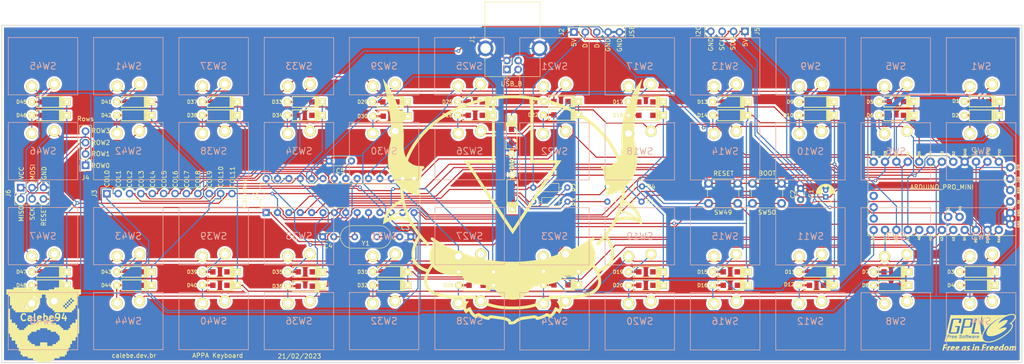
<source format=kicad_pcb>
(kicad_pcb (version 20211014) (generator pcbnew)
  (layers (0 "F.Cu" signal) (31 "B.Cu" signal) (34 "B.Paste" user) (35 "F.Paste" user) (36 "B.SilkS" user "B.Silkscreen") (37 "F.SilkS" user "F.Silkscreen") (38 "B.Mask" user) (39 "F.Mask" user) (44 "Edge.Cuts" user))
  (net 0 "")
  (net 1 "VCC")
  (net 2 "GND")
  (net 3 "COL_0")
  (net 4 "Net-(D2-Pad2)")
  (net 5 "Net-(D3-Pad2)")
  (net 6 "Net-(D4-Pad2)")
  (net 7 "COL_1")
  (net 8 "Net-(D5-Pad2)")
  (net 9 "Net-(D6-Pad2)")
  (net 10 "Net-(D7-Pad2)")
  (net 11 "Net-(D8-Pad2)")
  (net 12 "COL_2")
  (net 13 "Net-(D9-Pad2)")
  (net 14 "Net-(D10-Pad2)")
  (net 15 "Net-(D11-Pad2)")
  (net 16 "Net-(D12-Pad2)")
  (net 17 "Net-(C5-Pad1)")
  (net 18 "Net-(D13-Pad2)")
  (net 19 "Net-(D14-Pad2)")
  (net 20 "Net-(D15-Pad2)")
  (net 21 "Net-(D16-Pad2)")
  (net 22 "COL_4")
  (net 23 "Net-(D17-Pad2)")
  (net 24 "Net-(D18-Pad2)")
  (net 25 "Net-(D19-Pad2)")
  (net 26 "Net-(D20-Pad2)")
  (net 27 "COL_5")
  (net 28 "Net-(D21-Pad2)")
  (net 29 "Net-(D22-Pad2)")
  (net 30 "Net-(D23-Pad2)")
  (net 31 "Net-(D24-Pad2)")
  (net 32 "COL_6")
  (net 33 "Net-(D25-Pad2)")
  (net 34 "Net-(D26-Pad2)")
  (net 35 "Net-(D27-Pad2)")
  (net 36 "Net-(D28-Pad2)")
  (net 37 "Net-(D1-Pad2)")
  (net 38 "COL_7")
  (net 39 "Net-(D30-Pad2)")
  (net 40 "Net-(D31-Pad2)")
  (net 41 "Net-(D32-Pad2)")
  (net 42 "Net-(D33-Pad2)")
  (net 43 "Net-(D29-Pad2)")
  (net 44 "COL_8")
  (net 45 "Net-(D35-Pad2)")
  (net 46 "Net-(D36-Pad2)")
  (net 47 "Net-(D37-Pad2)")
  (net 48 "Net-(D38-Pad2)")
  (net 49 "COL_9")
  (net 50 "Net-(D39-Pad2)")
  (net 51 "Net-(D40-Pad2)")
  (net 52 "Net-(D41-Pad2)")
  (net 53 "Net-(D42-Pad2)")
  (net 54 "COL_10")
  (net 55 "Net-(D43-Pad2)")
  (net 56 "Net-(D44-Pad2)")
  (net 57 "Net-(D45-Pad2)")
  (net 58 "Net-(D46-Pad2)")
  (net 59 "COL_11")
  (net 60 "Net-(D47-Pad2)")
  (net 61 "Net-(D48-Pad2)")
  (net 62 "Net-(D34-Pad2)")
  (net 63 "Net-(D49-Pad1)")
  (net 64 "D+")
  (net 65 "D-")
  (net 66 "XTAL2")
  (net 67 "ROW_1")
  (net 68 "XTAL1")
  (net 69 "ROW_3")
  (net 70 "RESET")
  (net 71 "BOOT")
  (net 72 "MISO")
  (net 73 "MOSI")
  (net 74 "TXD")
  (net 75 "SDA")
  (net 76 "SCL")
  (net 78 "unconnected-(U1-PadJP3_2)")
  (net 79 "Net-(D50-Pad1)")
  (net 80 "RXD")
  (footprint "keyboard_parts:D_SOD123_axial" (layer "F.Cu") (at 88.7 114 180)
    (fp_text reference "D40")
    (fp_text value "D" hide)
  )
  (footprint "keyboard_parts:ALPS_SKCM" (layer "F.Cu") (at 163.4 84.05)
    (fp_text reference "SW22")
    (fp_text value "SW_DIP_x01" hide)
  )
  (footprint "keyboard_parts:ALPS_SKCM" (layer "F.Cu") (at 87.3 122)
    (fp_text reference "SW40")
    (fp_text value "SW_DIP_x01" hide)
  )
  (footprint "keyboard_parts:ALPS_SKCM" (layer "F.Cu") (at 220.55 103.05 180)
    (fp_text reference "SW11")
    (fp_text value "SW_DIP_x01" hide)
  )
  (footprint "keyboard_parts:D_SOD123_axial" (layer "F.Cu") (at 164.85 113.9 180)
    (fp_text reference "D24")
    (fp_text value "D" hide)
  )
  (footprint "keyboard_parts:ALPS_SKCM" (layer "F.Cu") (at 87.3 65 180)
    (fp_text reference "SW37")
    (fp_text value "SW_DIP_x01" hide)
  )
  (footprint "keyboard_parts:ALPS_SKCM" (layer "F.Cu") (at 87.3 103 180)
    (fp_text reference "SW39")
    (fp_text value "SW_DIP_x01" hide)
  )
  (footprint "keyboard_parts:ALPS_SKCM" (layer "F.Cu") (at 106.35 103 180)
    (fp_text reference "SW35")
    (fp_text value "SW_DIP_x01" hide)
  )
  (footprint "ARDUINO_PRO_MINI:appa" (layer "F.Cu") (at 154.05 95.25)
    (fp_text reference "G***")
    (fp_text value "LOGO" hide)
  )
  (footprint "keyboard_parts:D_SOD123_axial" (layer "F.Cu") (at 88.7 73 180)
    (fp_text reference "D37")
    (fp_text value "D" hide)
  )
  (footprint "keyboard_parts:D_SOD123_axial" (layer "F.Cu") (at 164.85 75.9 180)
    (fp_text reference "D22")
    (fp_text value "D" hide)
  )
  (footprint "keyboard_parts:ALPS_SKCM" (layer "F.Cu") (at 182.45 103.05 180)
    (fp_text reference "SW19")
    (fp_text value "SW_DIP_x01" hide)
  )
  (footprint "keyboard_parts:ALPS_SKCM" (layer "F.Cu") (at 182.45 122.05)
    (fp_text reference "SW20")
    (fp_text value "SW_DIP_x01" hide)
  )
  (footprint "keyboard_parts:ALPS_SKCM" (layer "F.Cu") (at 220.55 84.05)
    (fp_text reference "SW10")
    (fp_text value "SW_DIP_x01" hide)
  )
  (footprint "Button_Switch_THT:SW_PUSH_6mm" (layer "F.Cu") (at 204.3 95.7 180)
    (fp_text reference "SW49")
    (fp_text value "RESET")
  )
  (footprint "keyboard_parts:D_SOD123_axial" (layer "F.Cu") (at 202.64 111 180)
    (fp_text reference "D15")
    (fp_text value "D" hide)
  )
  (footprint "keyboard_parts:D_SOD123_axial" (layer "F.Cu") (at 145.9 111 180)
    (fp_text reference "D27")
    (fp_text value "D" hide)
  )
  (footprint "keyboard_parts:D_SOD123_axial" (layer "F.Cu") (at 69.55 76 180)
    (fp_text reference "D42")
    (fp_text value "D" hide)
  )
  (footprint "keyboard_parts:D_SOD123_axial" (layer "F.Cu") (at 153.975 93.175 90)
    (fp_text reference "D49")
    (fp_text value "3V6" hide)
  )
  (footprint "keyboard_parts:D_SOD123_axial" (layer "F.Cu") (at 221.9 76 180)
    (fp_text reference "D10")
    (fp_text value "D" hide)
  )
  (footprint "Connector_PinSocket_2.54mm:PinSocket_1x05_P2.54mm_Vertical" (layer "F.Cu") (at 167.75 57.375 90)
    (fp_text reference "J2")
    (fp_text value "USB")
  )
  (footprint "keyboard_parts:D_SOD123_axial" (layer "F.Cu") (at 238.55 111 180)
    (fp_text reference "D7")
    (fp_text value "D" hide)
  )
  (footprint "ARDUINO_PRO_MINI:gpl3" (layer "F.Cu") (at 258.25 124.5)
    (fp_text reference "G1")
    (fp_text value "LOGO" hide)
  )
  (footprint "keyboard_parts:D_SOD123_axial" (layer "F.Cu") (at 257.8 111 180)
    (fp_text reference "D3")
    (fp_text value "D" hide)
  )
  (footprint "keyboard_parts:ALPS_SKCM" (layer "F.Cu") (at 239.6 65.05 180)
    (fp_text reference "SW5")
    (fp_text value "SW_DIP_x01" hide)
  )
  (footprint "keyboard_parts:ALPS_SKCM" (layer "F.Cu") (at 258.65 122.05)
    (fp_text reference "SW4")
    (fp_text value "SW_DIP_x01" hide)
  )
  (footprint "keyboard_parts:ALPS_SKCM" (layer "F.Cu") (at 106.35 122)
    (fp_text reference "SW36")
    (fp_text value "SW_DIP_x01" hide)
  )
  (footprint "keyboard_parts:ALPS_SKCM" (layer "F.Cu") (at 87.3 84)
    (fp_text reference "SW38")
    (fp_text value "SW_DIP_x01" hide)
  )
  (footprint "ARDUINO_PRO_MINI:MODULE_ARDUINO_PRO_MINI" (layer "F.Cu") (at 249.9 94 -90)
    (fp_text reference "U1")
    (fp_text value "ARDUINO_PRO_MINI")
  )
  (footprint "Connector_PinSocket_2.54mm:PinSocket_1x04_P2.54mm_Vertical" (layer "F.Cu") (at 205.915 57.225 -90)
    (fp_text reference "J5")
    (fp_text value "I2C")
  )
  (footprint "keyboard_parts:D_SOD123_axial" (layer "F.Cu") (at 69.55 114 180)
    (fp_text reference "D44")
    (fp_text value "D" hide)
  )
  (footprint "keyboard_parts:ALPS_SKCM" (layer "F.Cu") (at 49.2 122)
    (fp_text reference "SW48")
    (fp_text value "SW_DIP_x01" hide)
  )
  (footprint "keyboard_parts:D_SOD123_axial" (layer "F.Cu") (at 164.85 110.9 180)
    (fp_text reference "D23")
    (fp_text value "D" hide)
  )
  (footprint "keyboard_parts:ALPS_SKCM" (layer "F.Cu") (at 106.35 65 180)
    (fp_text reference "SW33")
    (fp_text value "SW_DIP_x01" hide)
  )
  (footprint "keyboard_parts:D_SOD123_axial" (layer "F.Cu") (at 183.8 111 180)
    (fp_text reference "D19")
    (fp_text value "D" hide)
  )
  (footprint "keyboard_parts:D_SOD123_axial" (layer "F.Cu") (at 183.8 76 180)
    (fp_text reference "D18")
    (fp_text value "D" hide)
  )
  (footprint "keyboard_parts:ALPS_SKCM" (layer "F.Cu") (at 163.4 103.05 180)
    (fp_text reference "SW23")
    (fp_text value "SW_DIP_x01" hide)
  )
  (footprint "keyboard_parts:D_SOD123_axial" (layer "F.Cu") (at 202.65 73 180)
    (fp_text reference "D13")
    (fp_text value "D" hide)
  )
  (footprint "Button_Switch_THT:SW_PUSH_6mm" (layer "F.Cu") (at 214.1 95.7 180)
    (fp_text reference "SW50")
    (fp_text value "BOOT")
  )
  (footprint "keyboard_parts:D_SOD123_axial" (layer "F.Cu") (at 126.75 114 180)
    (fp_text reference "D32")
    (fp_text value "D" hide)
  )
  (footprint "keyboard_parts:D_SOD123_axial" (layer "F.Cu") (at 202.65 114 180)
    (fp_text reference "D16")
    (fp_text value "D" hide)
  )
  (footprint "Resistor_THT:R_Axial_DIN0204_L3.6mm_D1.6mm_P7.62mm_Horizontal" (layer "F.Cu") (at 166.27 92.15 180)
    (fp_text reference "R2")
    (fp_text value "68")
  )
  (footprint "keyboard_parts:D_SOD123_axial" (layer "F.Cu") (at 258.8 72.9 180)
    (fp_text reference "D1")
    (fp_text value "D" hide)
  )
  (footprint "keyboard_parts:ALPS_SKCM" (layer "F.Cu") (at 163.4 65.05 180)
    (fp_text reference "SW21")
    (fp_text value "SW_DIP_x01" hide)
  )
  (footprint "keyboard_parts:D_SOD123_axial" (layer "F.Cu") (at 126.75 76.2 180)
    (fp_text reference "D30")
    (fp_text value "D" hide)
  )
  (footprint "keyboard_parts:ALPS_SKCM" (layer "F.Cu") (at 182.45 84.05)
    (fp_text reference "SW18")
    (fp_text value "SW_DIP_x01" hide)
  )
  (footprint "keyboard_parts:D_SOD123_axial" (layer "F.Cu") (at 50.6 76 180)
    (fp_text reference "D46")
    (fp_text value "D" hide)
  )
  (footprint "keyboard_parts:D_SOD123_axial" (layer "F.Cu") (at 202.65 76 180)
    (fp_text reference "D14")
    (fp_text value "D" hide)
  )
  (footprint "keyboard_parts:ALPS_SKCM" (layer "F.Cu") (at 258.65 84.05)
    (fp_text reference "SW2")
    (fp_text value "SW_DIP_x01" hide)
  )
  (footprint "keyboard_parts:D_SOD123_axial" (layer "F.Cu") (at 107.75 111 180)
    (fp_text reference "D35")
    (fp_text value "D" hide)
  )
  (footprint "keyboard_parts:D_SOD123_axial" (layer "F.Cu") (at 238.55 114 180)
    (fp_text reference "D8")
    (fp_text value "D" hide)
  )
  (footprint "keyboard_parts:ALPS_SKCM" (layer "F.Cu") (at 220.6 65.05 180)
    (fp_text reference "SW9")
    (fp_text value "SW_DIP_x01" hide)
  )
  (footprint "Resistor_THT:R_Axial_DIN0204_L3.6mm_D1.6mm_P7.62mm_Horizontal" (layer "F.Cu") (at 175.33 91.9)
    (fp_text reference "R4")
    (fp_text value "10k")
  )
  (footprint "keyboard_parts:D_SOD123_axial" (layer "F.Cu") (at 107.65 76 180)
    (fp_text reference "D34")
    (fp_text value "D" hide)
  )
  (footprint "Package_DIP:DIP-28_W7.62mm" (layer "F.Cu") (at 99.02 97.75 90)
    (fp_text reference "U2")
    (fp_text value "ATmega328-P")
  )
  (footprint "keyboard_parts:ALPS_SKCM" (layer "F.Cu") (at 220.55 122.05)
    (fp_text reference "SW12")
    (fp_text value "SW_DIP_x01" hide)
  )
  (footprint "keyboard_parts:D_SOD123_axial" (layer "F.Cu") (at 126.75 111 180)
    (fp_text reference "D31")
    (fp_text value "D" hide)
  )
  (footprint "keyboard_parts:D_SOD123_axial" (layer "F.Cu") (at 50.6 111 180)
    (fp_text reference "D47")
    (fp_text value "D" hide)
  )
  (footprint "Resistor_THT:R_Axial_DIN0204_L3.6mm_D1.6mm_P7.62mm_Horizontal" (layer "F.Cu") (at 182.82 95.3 180)
    (fp_text reference "R1")
    (fp_text value "2k2")
  )
  (footprint "keyboard_parts:ALPS_SKCM" (layer "F.Cu") (at 125.35 122)
    (fp_text reference "SW32")
    (fp_text value "SW_DIP_x01" hide)
  )
  (footprint "keyboard_parts:ALPS_SKCM" (layer "F.Cu") (at 49.2 103 180)
    (fp_text reference "SW47")
    (fp_text value "SW_DIP_x01" hide)
  )
  (footprint "keyboard_parts:ALPS_SKCM" (layer "F.Cu") (at 106.35 84)
    (fp_text reference "SW34")
    (fp_text value "SW_DIP_x01" hide)
  )
  (footprint "Capacitor_THT:C_Disc_D3.0mm_W1.6mm_P2.50mm" (layer "F.Cu") (at 218.35 94.85 90)
    (fp_text reference "C2")
    (fp_text value "C")
  )
  (footprint "keyboard_parts:D_SOD123_axial" (layer "F.Cu") (at 183.8 73 180)
    (fp_text reference "D17")
    (fp_text value "D" hide)
  )
  (footprint "keyboard_parts:ALPS_SKCM" (layer "F.Cu") (at 68.25 65 180)
    (fp_text reference "SW41")
    (fp_text value "SW_DIP_x01" hide)
  )
  (footprint "keyboard_parts:D_SOD123_axial" (layer "F.Cu") (at 50.6 73 180)
    (fp_text reference "D45")
    (fp_text value "D" hide)
  )
  (footprint "keyboard_parts:D_SOD123_axial" (layer "F.Cu") (at 145.7 76 180)
    (fp_text reference "D26")
    (fp_text value "D" hide)
  )
  (footprint "keyboard_parts:D_SOD123_axial" (layer "F.Cu") (at 126.65 73 180)
    (fp_text reference "D29")
    (fp_text value "D" hide)
  )
  (footprint "keyboard_parts:ALPS_SKCM" (layer "F.Cu") (at 201.5 103.05 180)
    (fp_text reference "SW15")
    (fp_text value "SW_DIP_x01" hide)
  )
  (footprint "keyboard_parts:ALPS_SKCM" (layer "F.Cu") (at 144.45 84)
    (fp_text reference "SW26")
    (fp_text value "SW_DIP_x01" hide)
  )
  (footprint "keyboard_parts:ALPS_SKCM" (layer "F.Cu") (at 125.35 103 180)
    (fp_text reference "SW31")
    (fp_text value "SW_DIP_x01" hide)
  )
  (footprint "keyboard_parts:ALPS_SKCM" (layer "F.Cu") (at 144.45 103 180)
    (fp_text reference "SW27")
    (fp_text value "SW_DIP_x01" hide)
  )
  (footprint "keyboard_parts:D_SOD123_axial" (layer "F.Cu") (at 239.75 76 180)
    (fp_text reference "D6")
    (fp_text value "D" hide)
  )
  (footprint "keyboard_parts:ALPS_SKCM" (layer "F.Cu") (at 239.6 84.05)
    (fp_text reference "SW6")
    (fp_text value "SW_DIP_x01" hide)
  )
  (footprint "keyboard_parts:ALPS_SKCM" (layer "F.Cu") (at 144.45 122)
    (fp_text reference "SW28")
    (fp_text value "SW_DIP_x01" hide)
  )
  (footprint "keyboard_parts:ALPS_SKCM" (layer "F.Cu") (at 144.4 65 180)
    (fp_text reference "SW25")
    (fp_text value "SW_DIP_x01" hide)
  )
  (footprint "keyboard_parts:ALPS_SKCM" (layer "F.Cu") (at 258.65 103.05 180)
    (fp_text reference "SW3")
    (fp_text value "SW_DIP_x01" hide)
  )
  (footprint "keyboard_parts:D_SOD123_axial" (layer "F.Cu") (at 69.55 73 180)
    (fp_text reference "D41")
    (fp_text value "D" hide)
  )
  (footprint "keyboard_parts:ALPS_SKCM" (layer "F.Cu") (at 201.5 65.05 180)
    (fp_text reference "SW13")
    (fp_text value "SW_DIP_x01" hide)
  )
  (footprint "keyboard_parts:D_SOD123_axial" (layer "F.Cu") (at 145.9 114 180)
    (fp_text reference "D28")
    (fp_text value "D" hide)
  )
  (footprint "keyboard_parts:ALPS_SKCM" (layer "F.Cu") (at 49.2 65 180)
    (fp_text reference "SW45")
    (fp_text value "SW_DIP_x01" hide)
  )
  (footprint "keyboard_parts:D_SOD123_axial" (layer "F.Cu") (at 50.6 114 180)
    (fp_text reference "D48")
    (fp_text value "D" hide)
  )
  (footprint "Capacitor_THT:C_Disc_D3.0mm_W1.6mm_P2.50mm" (layer "F.Cu") (at 114.13 103.15 180)
    (fp_text reference "C4")
    (fp_text value "22p")
  )
  (footprint "keyboard_parts:D_SOD123_axial" (layer "F.Cu") (at 257.8 114 180)
    (fp_text reference "D4")
    (fp_text value "D" hide)
  )
  (footprint "keyboard_parts:ALPS_SKCM" (layer "F.Cu") (at 68.25 122)
    (fp_text reference "SW44")
    (fp_text value "SW_DIP_x01" hide)
  )
  (footprint "keyboard_parts:D_SOD123_axial" (layer "F.Cu") (at 164.85 72.9 180)
    (fp_text reference "D21")
    (fp_text value "D" hide)
  )
  (footprint "keyboard_parts:D_SOD123_axial" (layer "F.Cu") (at 221.9 73 180)
    (fp_text reference "D9")
    (fp_text value "D" hide)
  )
  (footprint "keyboard_parts:ALPS_SKCM" (layer "F.Cu") (at 239.6 122.05)
    (fp_text reference "SW8")
    (fp_text value "SW_DIP_x01" hide)
  )
  (footprint "keyboard_parts:D_SOD123_axial" (layer "F.Cu") (at 107.65 73 180)
    (fp_text reference "D33")
    (fp_text value "D" hide)
  )
  (footprint "keyboard_parts:ALPS_SKCM" (layer "F.Cu") (at 125.35 84)
    (fp_text reference "SW30")
    (fp_text value "SW_DIP_x01" hide)
  )
  (footprint "keyboard_parts:ALPS_SKCM" (layer "F.Cu") (at 239.6 103.05 180)
    (fp_text reference "SW7")
    (fp_text value "SW_DIP_x01" hide)
  )
  (footprint "Crystal:Crystal_HC18-U_Vertical" (layer "F.Cu") (at 123.7 103.18 180)
    (fp_text reference "Y1")
    (fp_text value "16MHz")
  )
  (footprint "Capacitor_THT:C_Disc_D3.0mm_W1.6mm_P2.50mm" (layer "F.Cu") (at 128.83 103.15)
    (fp_text reference "C3")
    (fp_text value "22p")
  )
  (footprint "keyboard_parts:D_SOD123_axial" (layer "F.Cu") (at 239.75 72.925 180)
    (fp_text reference "D5")
    (fp_text value "D" hide)
  )
  (footprint "keyboard_parts:D_SOD123_axial" (layer "F.Cu") (at 221.9 111 180)
    (fp_text reference "D11")
    (fp_text value "D" hide)
  )
  (footprint "Connector_PinSocket_2.54mm:PinSocket_1x12_P2.54mm_Vertical" (layer "F.Cu") (at 63.45 93.5 90)
    (fp_text reference "J3")
    (fp_text value "Columns")
  )
  (footprint "keyboard_parts:D_SOD123_axial" (layer "F.Cu") (at 153.8 80.7 -90)
    (fp_text reference "D50")
    (fp_text value "3V6" hide)
  )
  (footprint "keyboard_parts:ALPS_SKCM" (layer "F.Cu") (at 68.25 103 180)
    (fp_text reference "SW43")
    (fp_text value "SW_DIP_x01" hide)
  )
  (footprint "keyboard_parts:ALPS_SKCM" (layer "F.Cu") (at 49.2 84)
    (fp_text reference "SW46")
    (fp_text value "SW_DIP_x01" hide)
  )
  (footprint "Capacitor_THT:CP_Radial_D4.0mm_P1.50mm" (layer "F.Cu") (at 223.95 94.25 90)
    (fp_text reference "C1")
    (fp_text value "C_Polarized")
  )
  (footprint "keyboard_parts:ALPS_SKCM" (layer "F.Cu") (at 258.65 65.05 180)
    (fp_text reference "SW1")
    (fp_text value "SW_DIP_x01" hide)
  )
  (footprint "Connector_PinSocket_2.54mm:PinSocket_1x04_P2.54mm_Vertical" (layer "F.Cu") (at 58.7 87.175 180)
    (fp_text reference "J4")
    (fp_text value "Rows")
  )
  (footprint "keyboard_parts:D_SOD123_axial" (layer "F.Cu") (at 145.7 73 180)
    (fp_text reference "D25")
    (fp_text value "D" hide)
  )
  (footprint "keyboard_parts:ALPS_SKCM" (layer "F.Cu") (at 201.5 84.05)
    (fp_text reference "SW14")
    (fp_text value "SW_DIP_x01" hide)
  )
  (footprint "keyboard_parts:ALPS_SKCM" (layer "F.Cu") (at 201.5 122.05)
    (fp_text reference "SW16")
    (fp_text value "SW_DIP_x01" hide)
  )
  (footprint "Connector_PinSocket_2.54mm:PinSocket_2x03_P2.54mm_Vertical" (layer "F.Cu") (at 44.225 92.16 90)
    (fp_text reference "J6")
    (fp_text value "ICSP")
  )
  (footprint "keyboard_parts:D_SOD123_axial" (layer "F.Cu") (at 221.9 114 180)
    (fp_text reference "D12")
    (fp_text value "D" hide)
  )
  (footprint "Capacitor_THT:C_Disc_D4.3mm_W1.9mm_P5.00mm" (layer "F.Cu") (at 118.08 86.2 180)
    (fp_text reference "C5")
    (fp_text value "C")
  )
  (footprint "Resistor_THT:R_Axial_DIN0204_L3.6mm_D1.6mm_P7.62mm_Horizontal" (layer "F.Cu") (at 166.3 95.3 180)
    (fp_text reference "R3")
    (fp_text value "68")
  )
  (footprint "keyboard_parts:ALPS_SKCM" (layer "F.Cu") (at 163.4 122.05)
    (fp_text reference "SW24")
    (fp_text value "SW_DIP_x01" hide)
  )
  (footprint "keyboard_parts:D_SOD123_axial" (layer "F.Cu") (at 69.55 111 180)
    (fp_text reference "D43")
    (fp_text value "D" hide)
  )
  (footprint "ARDUINO_PRO_MINI:calebe94" (layer "F.Cu") (at 49.35 122.8)
    (fp_text reference "Calebe94")
    (fp_text value "Calebe94" hide)
  )
  (footprint "keyboard_parts:D_SOD123_axial" (layer "F.Cu") (at 88.7 76 180)
    (fp_text reference "D38")
    (fp_text value "D" hide)
  )
  (footprint "keyboard_parts:D_SOD123_axial" (layer "F.Cu") (at 183.8 114 180)
    (fp_text reference "D20")
    (fp_text value "D" hide)
  )
  (footprint "Connector_USB:USB_B_OST_USB-B1HSxx_Horizontal" (layer "F.Cu") (at 152.775 65.75 90)
    (fp_text reference "J1")
    (fp_text value "USB_B")
  )
  (footprint "keyboard_parts:D_SOD123_axial" (layer "F.Cu") (at 88.7 111 180)
    (fp_text reference "D39")
    (fp_text value "D" hide)
  )
  (footprint "keyboard_parts:D_SOD123_axial" (layer "F.Cu") (at 107.75 114.2 180)
    (fp_text reference "D36")
    (fp_text value "D" hide)
  )
  (footprint "keyboard_parts:ALPS_SKCM" (layer "F.Cu") (at 182.45 65.05 180)
    (fp_text reference "SW17")
    (fp_text value "SW_DIP_x01" hide)
  )
  (footprint "keyboard_parts:ALPS_SKCM" (layer "F.Cu") (at 68.25 84)
    (fp_text reference "SW42")
    (fp_text value "SW_DIP_x01" hide)
  )
  (footprint "keyboard_parts:D_SOD123_axial" (layer "F.Cu") (at 258.8 76 180)
    (fp_text reference "D2")
    (fp_text value "D" hide)
  )
  (footprint "keyboard_parts:ALPS_SKCM" (layer "F.Cu") (at 125.35 65 180)
    (fp_text reference "SW29")
    (fp_text value "SW_DIP_x01" hide)
  )
  (gr_rect (start 40 55.85) (end 267.75 131.25) (layer "Edge.Cuts") (width 0.15) (fill none))
  (gr_text "TXD" (at 266.95 90.35 90) (layer "F.SilkS") (effects (font (size 0.5 0.5) (thickness 0.125))))
  (gr_text "COL7" (at 81.3 90.25 90) (layer "F.SilkS") (effects (font (size 1 1))))
  (gr_text "D4" (at 247.4 84.45 90) (layer "F.SilkS") (effects (font (size 0.5 0.5) (thickness 0.125))))
  (gr_text "D13" (at 242.3 103.7 90) (layer "F.SilkS") (effects (font (size 0.5 0.5) (thickness 0.125))))
  (gr_text "VCC" (at 44.4 88.9 90) (layer "F.SilkS") (effects (font (size 1 1))))
  (gr_text "COL9" (at 86.4 90.25 90) (layer "F.SilkS") (effects (font (size 1 1))))
  (gr_text "COL2" (at 68.55 90.25 90) (layer "F.SilkS") (effects (font (size 1 1))))
  (gr_text "A4" (at 251.4 96.9 90) (layer "F.SilkS") (effects (font (size 0.5 0.5) (thickness 0.125))))
  (gr_text "GND" (at 198.3 60.15 90) (layer "F.SilkS") (effects (font (size 1 1))))
  (gr_text "COL0\n" (at 63.5 90.15 90) (layer "F.SilkS") (effects (font (size 1 1))))
  (gr_text "COL3" (at 71.15 90.25 90) (layer "F.SilkS") (effects (font (size 1 1))))
  (gr_text "GND" (at 267 100.35 90) (layer "F.SilkS") (effects (font (size 0.5 0.5) (thickness 0.125))))
  (gr_text "COL4" (at 73.7 90.25 90) (layer "F.SilkS") (effects (font (size 1 1))))
  (gr_text "COL6" (at 78.75 90.25 90) (layer "F.SilkS") (effects (font (size 1 1))))
  (gr_text "A3" (at 252.5 103.65 90) (layer "F.SilkS") (effects (font (size 0.5 0.5) (thickness 0.125))))
  (gr_text "RST" (at 257.55 84.2 90) (layer "F.SilkS") (effects (font (size 0.5 0.5) (thickness 0.125))))
  (gr_text "A1" (at 247.35 103.6 90) (layer "F.SilkS") (effects (font (size 0.5 0.5) (thickness 0.125))))
  (gr_text "D5" (at 244.85 84.5 90) (layer "F.SilkS") (effects (font (size 0.5 0.5) (thickness 0.125))))
  (gr_text "5V" (at 267.05 95.35 90) (layer "F.SilkS") (effects (font (size 0.5 0.5) (thickness 0.125))))
  (gr_text "RAW" (at 262.65 103.75 90) (layer "F.SilkS") (effects (font (size 0.5 0.5) (thickness 0.125))))
  (gr_text "ROW0" (at 62.05 87.25) (layer "F.SilkS") (effects (font (size 1 1))))
  (gr_text "21/02/2023" (at 106.45 129.85) (layer "F.SilkS") (effects (font (size 1 1))))
  (gr_text "5V" (at 167.75 59.75 90) (layer "F.SilkS") (effects (font (size 1 1))))
  (gr_text "DTR" (at 266.95 87.65 90) (layer "F.SilkS") (effects (font (size 0.5 0.5) (thickness 0.125))))
  (gr_text "D3" (at 249.95 84.5 90) (layer "F.SilkS") (effects (font (size 0.5 0.5) (thickness 0.125))))
  (gr_text "D9" (at 234.65 84.45 90) (layer "F.SilkS") (effects (font (size 0.5 0.5) (thickness 0.125))))
  (gr_text "D11" (at 237.25 103.85 90) (layer "F.SilkS") (effects (font (size 0.5 0.5) (thickness 0.125))))
  (gr_text "A5" (at 253.95 96.75 90) (layer "F.SilkS") (effects (font (size 0.5 0.5) (thickness 0.125))))
  (gr_text "D8" (at 237.25 84.45 90) (layer "F.SilkS") (effects (font (size 0.5 0.5) (thickness 0.125))))
  (gr_text "RXD" (at 260.15 84.15 90) (layer "F.SilkS") (effects (font (size 0.5 0.5) (thickness 0.125))))
  (gr_text "A2" (at 249.9 103.65 90) (layer "F.SilkS") (effects (font (size 0.5 0.5) (thickness 0.125))))
  (gr_text "RESET" (at 49.35 98.5 90) (layer "F.SilkS") (effects (font (size 1 1))))
  (gr_text "D-" (at 172.890387 59.85 90) (layer "F.SilkS") (effects (font (size 1 1))))
  (gr_text "RST" (at 257.5 103.85 90) (layer "F.SilkS") (effects (font (size 0.5 0.5) (thickness 0.125))))
  (gr_text "D10" (at 234.55 103.85 90) (layer "F.SilkS") (effects (font (size 0.5 0.5) (thickness 0.125))))
  (gr_text "D6" (at 242.35 84.5 90) (layer "F.SilkS") (effects (font (size 0.5 0.5) (thickness 0.125))))
  (gr_text "5V" (at 254.95 103.6 90) (layer "F.SilkS") (effects (font (size 0.5 0.5) (thickness 0.125))))
  (gr_text "APPA Keyboard" (at 88.2 129.7) (layer "F.SilkS") (effects (font (size 1 1))))
  (gr_text "COL11" (at 91.5 89.8 90) (layer "F.SilkS") (effects (font (size 1 1))))
  (gr_text "SCL" (at 200.8 60.15 90) (layer "F.SilkS") (effects (font (size 1 1))))
  (gr_text "COL1" (at 66.05 90.2 90) (layer "F.SilkS") (effects (font (size 1 1))))
  (gr_text "ROW1" (at 62.1 84.6) (layer "F.SilkS") (effects (font (size 1 1))))
  (gr_text "calebe.dev.br" (at 69.5 129.7) (layer "F.SilkS") (effects (font (size 1 1))))
  (gr_text "A0" (at 244.8 103.5 90) (layer "F.SilkS") (effects (font (size 0.5 0.5) (thickness 0.125))))
  (gr_text "5V" (at 206 59.75 90) (layer "F.SilkS") (effects (font (size 1 1))))
  (gr_text "ROW3" (at 62.1 79.45) (layer "F.SilkS") (effects (font (size 1 1))))
  (gr_text "COL10" (at 88.9 89.75 90) (layer "F.SilkS") (effects (font (size 1 1))))
  (gr_text "MISO" (at 44.35 97.95 90) (layer "F.SilkS") (effects (font (size 1 1))))
  (gr_text "ROW2" (at 62.1 82.1) (layer "F.SilkS") (effects (font (size 1 1))))
  (gr_text "COL5" (at 76.25 90.25 90) (layer "F.SilkS") (effects (font (size 1 1))))
  (gr_text "GND" (at 175.35 60.25 90) (layer "F.SilkS") (effects (font (size 1 1))))
  (gr_text "D+" (at 170.25 59.8 90) (layer "F.SilkS") (effects (font (size 1 1))))
  (gr_text "RXD" (at 267 92.8 90) (layer "F.SilkS") (effects (font (size 0.5 0.5) (thickness 0.125))))
  (gr_text "GND" (at 260.1 103.85 90) (layer "F.SilkS") (effects (font (size 0.5 0.5) (thickness 0.125))))
  (gr_text "SDA" (at 203.25 60.05 90) (layer "F.SilkS") (effects (font (size 1 1))))
  (gr_text "GND" (at 267.05 97.8 90) (layer "F.SilkS") (effects (font (size 0.5 0.5) (thickness 0.125))))
  (gr_text "D2" (at 252.55 84.5 90) (layer "F.SilkS") (effects (font (size 0.5 0.5) (thickness 0.125))))
  (gr_text "MOSI" (at 46.9 88.7 90) (layer "F.SilkS") (effects (font (size 1 1))))
  (gr_text "GND" (at 177.95 60.3 90) (layer "F.SilkS") (effects (font (size 1 1))))
  (gr_text "GND" (at 49.45 88.95 90) (layer "F.SilkS") (effects (font (size 1 1))))
  (gr_text "GND" (at 255.1 84.2 90) (layer "F.SilkS") (effects (font (size 0.5 0.5) (thickness 0.125))))
  (gr_text "D12" (at 239.75 103.8 90) (layer "F.SilkS") (effects (font (size 0.5 0.5) (thickness 0.125))))
  (gr_text "D7" (at 239.8 84.5 90) (layer "F.SilkS") (effects (font (size 0.5 0.5) (thickness 0.125))))
  (gr_text "COL8" (at 83.8 90.25 90) (layer "F.SilkS") (effects (font (size 1 1))))
  (gr_text "SCK" (at 46.8 98 90) (layer "F.SilkS") (effects (font (size 1 1))))
  (gr_text "TXD" (at 262.75 84.2 90) (layer "F.SilkS") (effects (font (size 0.5 0.5) (thickness 0.125))))
  (segment (start 204.74 57.5922) (end 204.74 57.225) (width 0.25) (layer "F.Cu") (net 1))
  (segment (start 224.875 94.25) (end 226.39 92.735) (width 0.25) (layer "F.Cu") (net 1))
  (segment (start 175.33 91.9) (end 173.49 93.74) (width 0.25) (layer "F.Cu") (net 1))
  (segment (start 218.35 94.325) (end 217.9 93.8749) (width 0.25) (layer "F.Cu") (net 1))
  (segment (start 258.063 102.905) (end 256.265 102.905) (width 0.25) (layer "F.Cu") (net 1))
  (segment (start 116.421 95.589) (end 114.26 97.75) (width 0.25) (layer "F.Cu") (net 1))
  (segment (start 155.156 93.8248) (end 153.143 93.8248) (width 0.25) (layer "F.Cu") (net 1))
  (segment (start 45.4001 92.16) (end 44.225 92.16) (width 0.25) (layer "F.Cu") (net 1))
  (segment (start 203.327 59.0052) (end 204.74 57.5922) (width 0.25) (layer "F.Cu") (net 1))
  (segment (start 102.022 96.6072) (end 56.4997 96.6072) (width 0.25) (layer "F.Cu") (net 1))
  (segment (start 259.531 102.919) (end 261.301 102.919) (width 0.25) (layer "F.Cu") (net 1))
  (segment (start 56.4997 96.6072) (end 53.2276 93.3351) (width 0.25) (layer "F.Cu") (net 1))
  (segment (start 223.95 94.25) (end 224.875 94.25) (width 0.25) (layer "F.Cu") (net 1))
  (segment (start 162.543 93.74) (end 159.949 96.3338) (width 0.25) (layer "F.Cu") (net 1))
  (segment (start 204.74 57.225) (end 205.915 57.225) (width 0.25) (layer "F.Cu") (net 1))
  (segment (start 184.245 93.8749) (end 182.82 95.3) (width 0.25) (layer "F.Cu") (net 1))
  (segment (start 168.925 57.375) (end 168.925 57.7422) (width 0.25) (layer "F.Cu") (net 1))
  (segment (start 153.143 93.8248) (end 151.379 95.589) (width 0.25) (layer "F.Cu") (net 1))
  (segment (start 157.665 96.3338) (end 155.156 93.8248) (width 0.25) (layer "F.Cu") (net 1))
  (segment (start 226.39 92.735) (end 250.466 92.735) (width 0.25) (layer "F.Cu") (net 1))
  (segment (start 258.79 101.059) (end 258.79 102.178) (width 0.25) (layer "F.Cu") (net 1))
  (segment (start 256.265 102.905) (end 254.98 101.62) (width 0.25) (layer "F.Cu") (net 1))
  (segment (start 167.75 57.375) (end 168.925 57.375) (width 0.25) (layer "F.Cu") (net 1))
  (segment (start 170.188 59.0052) (end 203.327 59.0052) (width 0.25) (layer "F.Cu") (net 1))
  (segment (start 46.2079 93.3351) (end 45.4001 92.5273) (width 0.25) (layer "F.Cu") (net 1))
  (segment (start 258.79 102.178) (end 258.063 102.905) (width 0.25) (layer "F.Cu") (net 1))
  (segment (start 168.925 57.7422) (end 170.188 59.0052) (width 0.25) (layer "F.Cu") (net 1))
  (segment (start 258.79 102.178) (end 259.531 102.919) (width 0.25) (layer "F.Cu") (net 1))
  (segment (start 45.4001 92.5273) (end 45.4001 92.16) (width 0.25) (layer "F.Cu") (net 1))
  (segment (start 217.9 93.8749) (end 184.245 93.8749) (width 0.25) (layer "F.Cu") (net 1))
  (segment (start 223.95 94.25) (end 218.425 94.25) (width 0.25) (layer "F.Cu") (net 1))
  (segment (start 218.425 94.25) (end 218.35 94.325) (width 0.25) (layer "F.Cu") (net 1))
  (segment (start 173.49 93.74) (end 162.543 93.74) (width 0.25) (layer "F.Cu") (net 1))
  (segment (start 112.286 98.8807) (end 103.629 98.8807) (width 0.25) (layer "F.Cu") (net 1))
  (segment (start 102.83 97.415) (end 102.022 96.6072) (width 0.25) (layer "F.Cu") (net 1))
  (segment (start 53.2276 93.3351) (end 46.2079 93.3351) (width 0.25) (layer "F.Cu") (net 1))
  (segment (start 159.949 96.3338) (end 157.665 96.3338) (width 0.25) (layer "F.Cu") (net 1))
  (segment (start 113.135 98.0313) (end 112.286 98.8807) (width 0.25) (layer "F.Cu") (net 1))
  (segment (start 261.301 102.919) (end 262.6 101.62) (width 0.25) (layer "F.Cu") (net 1))
  (segment (start 102.83 98.0817) (end 102.83 97.415) (width 0.25) (layer "F.Cu") (net 1))
  (segment (start 113.135 97.75) (end 113.135 98.0313) (width 0.25) (layer "F.Cu") (net 1))
  (segment (start 103.629 98.8807) (end 102.83 98.0817) (width 0.25) (layer "F.Cu") (net 1))
  (segment (start 218.35 94.325) (end 218.35 94.85) (width 0.25) (layer "F.Cu") (net 1))
  (segment (start 151.379 95.589) (end 116.421 95.589) (width 0.25) (layer "F.Cu") (net 1))
  (segment (start 114.26 97.75) (end 113.135 97.75) (width 0.25) (layer "F.Cu") (net 1))
  (segment (start 250.466 92.735) (end 258.79 101.059) (width 0.25) (layer "F.Cu") (net 1))
  (segment (start 262.6 97.81) (end 265.14 95.27) (width 0.25) (layer "B.Cu") (net 1))
  (segment (start 154.759 62.5512) (end 153.95 63.3596) (width 0.25) (layer "B.Cu") (net 1))
  (segment (start 157.44 63.1267) (end 156.865 62.5512) (width 0.25) (layer "B.Cu") (net 1))
  (segment (start 119.34 90.13) (end 119.34 91.2551) (width 0.25) (layer "B.Cu") (net 1))
  (segment (start 115.385 97.9595) (end 115.385 97.75) (width 0.25) (layer "B.Cu") (net 1))
  (segment (start 179.42 91.9) (end 175.33 91.9) (width 0.25) (layer "B.Cu") (net 1))
  (segment (start 223.95 94.25) (end 215.238 85.5378) (width 0.25) (layer "B.Cu") (net 1))
  (segment (start 153.95 63.3596) (end 153.95 64.5748) (width 0.25) (layer "B.Cu") (net 1))
  (segment (start 215.238 85.5378) (end 215.238 67.7229) (width 0.25) (layer "B.Cu") (net 1))
  (segment (start 115.385 97.75) (end 114.26 97.75) (width 0.25) (layer "B.Cu") (net 1))
  (segment (start 262.6 101.62) (end 262.6 97.81) (width 0.25) (layer "B.Cu") (net 1))
  (segment (start 116.334 98.9089) (end 115.385 97.9595) (width 0.25) (layer "B.Cu") (net 1))
  (segment (start 205.915 58.4001) (end 205.915 57.225) (width 0.25) (layer "B.Cu") (net 1))
  (segment (start 119.34 91.2551) (end 118.215 92.3802) (width 0.25) (layer "B.Cu") (net 1))
  (segment (start 118.215 92.3802) (end 118.215 97.9502) (width 0.25) (layer "B.Cu") (net 1))
  (segment (start 166.575 57.375) (end 166.575 57.4484) (width 0.25) (layer "B.Cu") (net 1))
  (segment (start 153.95 64.5748) (end 152.775 65.75) (width 0.25) (layer "B.Cu") (net 1))
  (segment (start 167.75 57.375) (end 166.575 57.375) (width 0.25) (layer "B.Cu") (net 1))
  (segment (start 215.238 67.7229) (end 205.915 58.4001) (width 0.25) (layer "B.Cu") (net 1))
  (segment (start 156.865 62.5512) (end 154.759 62.5512) (width 0.25) (layer "B.Cu") (net 1))
  (segment (start 166.575 57.4484) (end 160.897 63.1267) (width 0.25) (layer "B.Cu") (net 1))
  (segment (start 182.82 95.3) (end 179.42 91.9) (width 0.25) (layer "B.Cu") (net 1))
  (segment (start 118.215 97.9502) (end 117.256 98.9089) (width 0.25) (layer "B.Cu") (net 1))
  (segment (start 160.897 63.1267) (end 157.44 63.1267) (width 0.25) (layer "B.Cu") (net 1))
  (segment (start 117.256 98.9089) (end 116.334 98.9089) (width 0.25) (layer "B.Cu") (net 1))
  (segment (start 196.97 57.375) (end 197.12 57.225) (width 0.25) (layer "F.Cu") (net 2))
  (segment (start 177.91 57.375) (end 196.97 57.375) (width 0.25) (layer "F.Cu") (net 2))
  (segment (start 50.4801 92.16) (end 49.305 92.16) (width 0.25) (layer "F.Cu") (net 2))
  (segment (start 204.3 91.2) (end 197.8 91.2) (width 0.25) (layer "F.Cu") (net 2))
  (segment (start 224.451 92.2486) (end 250.689 92.2486) (width 0.25) (layer "F.Cu") (net 2))
  (segment (start 153.975 89.275) (end 153.975 90.475) (width 0.25) (layer "F.Cu") (net 2))
  (segment (start 113.08 86.2) (end 114.305 84.9751) (width 0.25) (layer "F.Cu") (net 2))
  (segment (start 223.95 92.75) (end 224.451 92.2486) (width 0.25) (layer "F.Cu") (net 2))
  (segment (start 153.8 84.9751) (end 153.8 84.6) (width 0.25) (layer "F.Cu") (net 2))
  (segment (start 153.8 82.275) (end 153.8 83.4) (width 0.25) (layer "F.Cu") (net 2))
  (segment (start 265.14 100.35) (end 261.33 100.35) (width 0.25) (layer "F.Cu") (net 2))
  (segment (start 113.08 86.2) (end 92.6401 86.2) (width 0.25) (layer "F.Cu") (net 2))
  (segment (start 116.8 98.8751) (end 115.905 98.8751) (width 0.25) (layer "F.Cu") (net 2))
  (segment (start 250.689 92.2486) (end 260.06 101.62) (width 0.25) (layer "F.Cu") (net 2))
  (segment (start 207.6 91.2) (end 204.3 91.2) (width 0.25) (layer "F.Cu") (net 2))
  (segment (start 115.905 98.8751) (end 111.63 103.15) (width 0.25) (layer "F.Cu") (net 2))
  (segment (start 175.37 57.375) (end 177.91 57.375) (width 0.25) (layer "F.Cu") (net 2))
  (segment (start 90.2854 88.5547) (end 54.0854 88.5547) (width 0.25) (layer "F.Cu") (net 2))
  (segment (start 197.12 57.225) (end 198.295 57.225) (width 0.25) (layer "F.Cu") (net 2))
  (segment (start 54.0854 88.5547) (end 50.4801 92.16) (width 0.25) (layer "F.Cu") (net 2))
  (segment (start 153.8 83.4) (end 153.8 84.6) (width 0.25) (layer "F.Cu") (net 2))
  (segment (start 223.55 92.35) (end 218.35 92.35) (width 0.25) (layer "F.Cu") (net 2))
  (segment (start 153.975 90.475) (end 153.975 91.6) (width 0.25) (layer "F.Cu") (net 2))
  (segment (start 114.305 84.9751) (end 153.8 84.9751) (width 0.25) (layer "F.Cu") (net 2))
  (segment (start 223.95 92.75) (end 223.55 92.35) (width 0.25) (layer "F.Cu") (net 2))
  (segment (start 116.8 97.75) (end 116.8 98.8751) (width 0.25) (layer "F.Cu") (net 2))
  (segment (start 261.33 100.35) (end 260.06 101.62) (width 0.25) (layer "F.Cu") (net 2))
  (segment (start 214.1 91.2) (end 207.6 91.2) (width 0.25) (layer "F.Cu") (net 2))
  (segment (start 92.6401 86.2) (end 90.2854 88.5547) (width 0.25) (layer "F.Cu") (net 2))
  (segment (start 151.562 82.3618) (end 153.8 84.6) (width 0.25) (layer "B.Cu") (net 2))
  (segment (start 114.26 91.2551) (end 116.8 93.7951) (width 0.25) (layer "B.Cu") (net 2))
  (segment (start 114.26 90.13) (end 114.26 91.2551) (width 0.25) (layer "B.Cu") (net 2))
  (segment (start 151.562 63.75) (end 152.775 63.75) (width 0.25) (layer "B.Cu") (net 2))
  (segment (start 130.205 102.025) (end 131.33 103.15) (width 0.25) (layer "B.Cu") (net 2))
  (segment (start 153.975 89.275) (end 153.975 84.775) (width 0.25) (layer "B.Cu") (net 2))
  (segment (start 150.715 63.75) (end 151.562 63.75) (width 0.25) (layer "B.Cu") (net 2))
  (segment (start 265.14 100.35) (end 265.14 97.81) (width 0.25) (layer "B.Cu") (net 2))
  (segment (start 256.987 102.905) (end 258.775 102.905) (width 0.25) (layer "B.Cu") (net 2))
  (segment (start 198.295 57.225) (end 198.295 58.4001) (width 0.25) (layer "B.Cu") (net 2))
  (segment (start 198.295 58.4001) (end 197.424 59.2707) (width 0.25) (layer "B.Cu") (net 2))
  (segment (start 175.37 57.375) (end 174.195 57.375) (width 0.25) (layer "B.Cu") (net 2))
  (segment (start 256.25 87.65) (end 256.25 102.168) (width 0.25) (layer "B.Cu") (net 2))
  (segment (start 111.63 103.15) (end 112.755 102.025) (width 0.25) (layer "B.Cu") (net 2))
  (segment (start 197.424 90.8244) (end 197.8 91.2) (width 0.25) (layer "B.Cu") (net 2))
  (segment (start 153.975 84.775) (end 153.8 84.6) (width 0.25) (layer "B.Cu") (net 2))
  (segment (start 151.562 63.75) (end 151.562 82.3618) (width 0.25) (layer "B.Cu") (net 2))
  (segment (start 174.195 57.375) (end 174.195 57.0078) (width 0.25) (layer "B.Cu") (net 2))
  (segment (start 116.8 93.7951) (end 116.8 97.75) (width 0.25) (layer "B.Cu") (net 2))
  (segment (start 173.387 56.1998) (end 164.885 56.1998) (width 0.25) (layer "B.Cu") (net 2))
  (segment (start 217.2 91.2) (end 218.35 92.35) (width 0.25) (layer "B.Cu") (net 2))
  (segment (start 160.045 61.04) (end 155.485 61.04) (width 0.25) (layer "B.Cu") (net 2))
  (segment (start 112.755 102.025) (end 130.205 102.025) (width 0.25) (layer "B.Cu") (net 2))
  (segment (start 164.885 56.1998) (end 160.045 61.04) (width 0.25) (layer "B.Cu") (net 2))
  (segment (start 254.98 86.38) (end 256.25 87.65) (width 0.25) (layer "B.Cu") (net 2))
  (segment (start 114.26 87.38) (end 114.26 90.13) (width 0.25) (layer "B.Cu") (net 2))
  (segment (start 113.08 86.2) (end 114.26 87.38) (width 0.25) (layer "B.Cu") (net 2))
  (segment (start 174.195 57.0078) (end 173.387 56.1998) (width 0.25) (layer "B.Cu") (net 2))
  (segment (start 256.25 102.168) (end 256.987 102.905) (width 0.25) (layer "B.Cu") (net 2))
  (segment (start 148.005 61.04) (end 150.715 63.75) (width 0.25) (layer "B.Cu") (net 2))
  (segment (start 258.775 102.905) (end 260.06 101.62) (width 0.25) (layer "B.Cu") (net 2))
  (segment (start 155.485 61.04) (end 152.775 63.75) (width 0.25) (layer "B.Cu") (net 2))
  (segment (start 197.424 59.2707) (end 197.424 90.8244) (width 0.25) (layer "B.Cu") (net 2))
  (segment (start 214.1 91.2) (end 217.2 91.2) (width 0.25) (layer "B.Cu") (net 2))
  (segment (start 182.853 93.0156) (end 176.677 99.1922) (width 0.25) (layer "F.Cu") (net 3))
  (segment (start 235.043 90.558) (end 217.97 90.558) (width 0.25) (layer "F.Cu") (net 3))
  (segment (start 261.7 111) (end 260.5 111) (width 0.25) (layer "F.Cu") (net 3))
  (segment (start 261.5 72.9) (end 262.7 72.9) (width 0.25) (layer "F.Cu") (net 3))
  (segment (start 259.375 111) (end 260.5 111) (width 0.25) (layer "F.Cu") (net 3))
  (segment (start 260.5 114) (end 261.7 114) (width 0.25) (layer "F.Cu") (net 3))
  (segment (start 176.677 99.1922) (end 134.607 99.1922) (width 0.25) (layer "F.Cu") (net 3))
  (segment (start 133.165 97.75) (end 132.04 97.75) (width 0.25) (layer "F.Cu") (net 3))
  (segment (start 217.97 90.558) (end 215.512 93.0156) (width 0.25) (layer "F.Cu") (net 3))
  (segment (start 262.7 76) (end 261.5 76) (width 0.25) (layer "F.Cu") (net 3))
  (segment (start 215.512 93.0156) (end 182.853 93.0156) (width 0.25) (layer "F.Cu") (net 3))
  (segment (start 260.375 72.9) (end 261.5 72.9) (width 0.25) (layer "F.Cu") (net 3))
  (segment (start 259.375 114) (end 260.5 114) (width 0.25) (layer "F.Cu") (net 3))
  (segment (start 134.607 99.1922) (end 133.165 97.75) (width 0.25) (layer "F.Cu") (net 3))
  (segment (start 261.5 76) (end 260.375 76) (width 0.25) (layer "F.Cu") (net 3))
  (via (at 235.043 90.558) (size 0.8) (drill 0.4) (layers "F.Cu" "B.Cu") (net 3))
  (segment (start 128.049 119.605) (end 132.927 114.727) (width 0.25) (layer "B.Cu") (net 3))
  (segment (start 266.432 105.143) (end 261.7 109.875) (width 0.25) (layer "B.Cu") (net 3))
  (segment (start 262.7 72.9) (end 261.575 72.9) (width 0.25) (layer "B.Cu") (net 3))
  (segment (start 72.7921 104.017) (end 72.7921 109.421) (width 0.25) (layer "B.Cu") (net 3))
  (segment (start 261.575 72.9) (end 260.428 71.7526) (width 0.25) (layer "B.Cu") (net 3))
  (segment (start 72.3063 109.907) (end 72.3063 114.929) (width 0.25) (layer "B.Cu") (net 3))
  (segment (start 132.927 99.762) (end 132.04 98.8751) (width 0.25) (layer "B.Cu") (net 3))
  (segment (start 132.927 114.727) (end 132.927 99.762) (width 0.25) (layer "B.Cu") (net 3))
  (segment (start 262.7 77.1251) (end 266.432 80.857) (width 0.25) (layer "B.Cu") (net 3))
  (segment (start 262.7 76) (end 262.7 72.9) (width 0.25) (layer "B.Cu") (net 3))
  (segment (start 266.432 80.857) (end 266.432 105.143) (width 0.25) (layer "B.Cu") (net 3))
  (segment (start 261.7 109.875) (end 261.7 111) (width 0.25) (layer "B.Cu") (net 3))
  (segment (start 76.9823 119.605) (end 128.049 119.605) (width 0.25) (layer "B.Cu") (net 3))
  (segment (start 132.04 98.8751) (end 132.04 97.75) (width 0.25) (layer "B.Cu") (net 3))
  (segment (start 262.7 76) (end 262.7 77.1251) (width 0.25) (layer "B.Cu") (net 3))
  (segment (start 260.428 71.7526) (end 242.763 71.7526) (width 0.25) (layer "B.Cu") (net 3))
  (segment (start 261.7 114) (end 261.7 111) (width 0.25) (layer "B.Cu") (net 3))
  (segment (start 63.45 94.6751) (end 72.7921 104.017) (width 0.25) (layer "B.Cu") (net 3))
  (segment (start 242.763 71.7526) (end 239.29 75.2255) (width 0.25) (layer "B.Cu") (net 3))
  (segment (start 237.2 86.38) (end 237.2 88.4012) (width 0.25) (layer "B.Cu") (net 3))
  (segment (start 72.7921 109.421) (end 72.3063 109.907) (width 0.25) (layer "B.Cu") (net 3))
  (segment (start 239.29 75.2255) (end 239.29 84.2902) (width 0.25) (layer "B.Cu") (net 3))
  (segment (start 72.3063 114.929) (end 76.9823 119.605) (width 0.25) (layer "B.Cu") (net 3))
  (segment (start 237.2 88.4012) (end 235.043 90.558) (width 0.25) (layer "B.Cu") (net 3))
  (segment (start 63.45 93.5) (end 63.45 94.6751) (width 0.25) (layer "B.Cu") (net 3))
  (segment (start 239.29 84.2902) (end 237.2 86.38) (width 0.25) (layer "B.Cu") (net 3))
  (segment (start 256.15 76) (end 256.15 80.05) (width 0.25) (layer "F.Cu") (net 4))
  (segment (start 256.1 76) (end 254.9 76) (width 0.25) (layer "F.Cu") (net 4))
  (segment (start 257.225 76) (end 256.15 76) (width 0.25) (layer "F.Cu") (net 4))
  (segment (start 256.15 76) (end 256.1 76) (width 0.25) (layer "F.Cu") (net 4))
  (segment (start 256.225 111) (end 255.1 111) (width 0.25) (layer "F.Cu") (net 5))
  (segment (start 261.1 107.05) (end 261.15 107.05) (width 0.25) (layer "F.Cu") (net 5))
  (segment (start 257.15 111) (end 261.1 107.05) (width 0.25) (layer "F.Cu") (net 5))
  (segment (start 256.225 111) (end 257.15 111) (width 0.25) (layer "F.Cu") (net 5))
  (segment (start 253.9 111) (end 255.1 111) (width 0.25) (layer "F.Cu") (net 5))
  (segment (start 256.15 114) (end 255.1 114) (width 0.25) (layer "F.Cu") (net 6))
  (segment (start 256.15 114) (end 256.15 118.05) (width 0.25) (layer "F.Cu") (net 6))
  (segment (start 253.9 114) (end 255.1 114) (width 0.25) (layer "F.Cu") (net 6))
  (segment (start 256.225 114) (end 256.15 114) (width 0.25) (layer "F.Cu") (net 6))
  (segment (start 242.45 114) (end 241.85 114) (width 0.25) (layer "F.Cu") (net 7))
  (segment (start 240.125 111) (end 241.25 111) (width 0.25) (layer "F.Cu") (net 7))
  (segment (start 243.65 72.925) (end 242.45 72.925) (width 0.25) (layer "F.Cu") (net 7))
  (segment (start 241.85 111) (end 241.25 111) (width 0.25) (layer "F.Cu") (net 7))
  (segment (start 242.45 72.925) (end 241.325 72.925) (width 0.25) (layer "F.Cu") (net 7))
  (segment (start 243.65 76) (end 242.45 76) (width 0.25) (layer "F.Cu") (net 7))
  (segment (start 241.85 114) (end 241.25 114) (width 0.25) (layer "F.Cu") (net 7))
  (segment (start 241.325 76) (end 242.45 76) (width 0.25) (layer "F.Cu") (net 7))
  (segment (start 241.85 111) (end 241.85 114) (width 0.25) (layer "F.Cu") (net 7))
  (segment (start 240.125 114) (end 241.25 114) (width 0.25) (layer "F.Cu") (net 7))
  (segment (start 242.45 111) (end 241.85 111) (width 0.25) (layer "F.Cu") (net 7))
  (segment (start 243.65 72.925) (end 243.65 76) (width 0.25) (layer "B.Cu") (net 7))
  (segment (start 225.67 119.674) (end 232.469 112.875) (width 0.25) (layer "B.Cu") (net 7))
  (segment (start 65.99 93.5) (end 64.8149 93.5) (width 0.25) (layer "B.Cu") (net 7))
  (segment (start 62.2565 92.4622) (end 62.2565 95.7722) (width 0.25) (layer "B.Cu") (net 7))
  (segment (start 71.8415 109.261) (end 71.8415 115.148) (width 0.25) (layer "B.Cu") (net 7))
  (segment (start 243.676 106.358) (end 241.015 103.697) (width 0.25) (layer "B.Cu") (net 7))
  (segment (start 131.52 96.6215) (end 130.625 97.5168) (width 0.25) (layer "B.Cu") (net 7))
  (segment (start 62.2565 95.7722) (end 72.338 105.854) (width 0.25) (layer "B.Cu") (net 7))
  (segment (start 240.2 112.875) (end 241.325 114) (width 0.25) (layer "B.Cu") (net 7))
  (segment (start 72.338 105.854) (end 72.338 108.764) (width 0.25) (layer "B.Cu") (net 7))
  (segment (start 76.7491 120.055) (end 133.014 120.055) (width 0.25) (layer "B.Cu") (net 7))
  (segment (start 241.325 114) (end 242.45 114) (width 0.25) (layer "B.Cu") (net 7))
  (segment (start 242.45 109.875) (end 243.676 108.649) (width 0.25) (layer "B.Cu") (net 7))
  (segment (start 232.469 112.875) (end 240.2 112.875) (width 0.25) (layer "B.Cu") (net 7))
  (segment (start 242.525 76) (end 239.74 78.7849) (width 0.25) (layer "B.Cu") (net 7))
  (segment (start 72.338 108.764) (end 71.8415 109.261) (width 0.25) (layer "B.Cu") (net 7))
  (segment (start 130.625 97.5168) (end 130.625 97.75) (width 0.25) (layer "B.Cu") (net 7))
  (segment (start 243.65 76) (end 242.525 76) (width 0.25) (layer "B.Cu") (net 7))
  (segment (start 64.4064 92.2836) (end 62.4351 92.2836) (width 0.25) (layer "B.Cu") (net 7))
  (segment (start 71.8415 115.148) (end 76.7491 120.055) (width 0.25) (layer "B.Cu") (net 7))
  (segment (start 243.676 108.649) (end 243.676 106.358) (width 0.25) (layer "B.Cu") (net 7))
  (segment (start 133.395 97.4469) (end 132.57 96.6215) (width 0.25) (layer "B.Cu") (net 7))
  (segment (start 62.4351 92.2836) (end 62.2565 92.4622) (width 0.25) (layer "B.Cu") (net 7))
  (segment (start 239.74 78.7849) (end 239.74 86.38) (width 0.25) (layer "B.Cu") (net 7))
  (segment (start 241.015 87.655) (end 239.74 86.38) (width 0.25) (layer "B.Cu") (net 7))
  (segment (start 242.45 111) (end 242.45 109.875) (width 0.25) (layer "B.Cu") (net 7))
  (segment (start 133.014 120.055) (end 133.395 119.674) (width 0.25) (layer "B.Cu") (net 7))
  (segment (start 133.395 119.674) (end 133.395 97.4469) (width 0.25) (layer "B.Cu") (net 7))
  (segment (start 130.625 97.75) (end 129.5 97.75) (width 0.25) (layer "B.Cu") (net 7))
  (segment (start 132.57 96.6215) (end 131.52 96.6215) (width 0.25) (layer "B.Cu") (net 7))
  (segment (start 241.015 103.697) (end 241.015 87.655) (width 0.25) (layer "B.Cu") (net 7))
  (segment (start 64.8149 93.5) (end 64.8149 92.6921) (width 0.25) (layer "B.Cu") (net 7))
  (segment (start 64.8149 92.6921) (end 64.4064 92.2836) (width 0.25) (layer "B.Cu") (net 7))
  (segment (start 133.395 119.674) (end 225.67 119.674) (width 0.25) (layer "B.Cu") (net 7))
  (segment (start 235.85 72.925) (end 237.05 72.925) (width 0.25) (layer "F.Cu") (net 8))
  (segment (start 238.175 72.925) (end 237.05 72.925) (width 0.25) (layer "F.Cu") (net 8))
  (segment (start 238.225 72.925) (end 242.1 69.05) (width 0.25) (layer "B.Cu") (net 8))
  (segment (start 235.85 72.925) (end 238.225 72.925) (width 0.25) (layer "B.Cu") (net 8))
  (segment (start 235.85 76) (end 237.05 76) (width 0.25) (layer "F.Cu") (net 9))
  (segment (start 238.175 76) (end 237.05 76) (width 0.25) (layer "F.Cu") (net 9))
  (segment (start 237.1 80.05) (end 235.85 78.8) (width 0.25) (layer "B.Cu") (net 9))
  (segment (start 235.85 78.8) (end 235.85 76) (width 0.25) (layer "B.Cu") (net 9))
  (segment (start 235.85 111) (end 236.975 111) (width 0.25) (layer "F.Cu") (net 10))
  (segment (start 234.65 111) (end 235.85 111) (width 0.25) (layer "F.Cu") (net 10))
  (segment (start 242.1 107.05) (end 238.15 111) (width 0.25) (layer "B.Cu") (net 10))
  (segment (start 238.15 111) (end 234.65 111) (width 0.25) (layer "B.Cu") (net 10))
  (segment (start 234.65 114) (end 235.85 114) (width 0.25) (layer "F.Cu") (net 11))
  (segment (start 235.85 114) (end 236.975 114) (width 0.25) (layer "F.Cu") (net 11))
  (segment (start 237.1 118.05) (end 234.65 115.6) (width 0.25) (layer "B.Cu") (net 11))
  (segment (start 234.65 115.6) (end 234.65 114) (width 0.25) (layer "B.Cu") (net 11))
  (segment (start 241 87.6601) (end 226.642 87.6601) (width 0.25) (layer "F.Cu") (net 12))
  (segment (start 87.6154 93.0134) (end 88.3165 92.3123) (width 0.25) (layer "F.Cu") (net 12))
  (segment (start 71.0521 95.2143) (end 86.3455 95.2143) (width 0.25) (layer "F.Cu") (net 12))
  (segment (start 242.28 86.38) (end 241 87.6601) (width 0.25) (layer "F.Cu") (net 12))
  (segment (start 225.8 73) (end 224.6 73) (width 0.25) (layer "F.Cu") (net 12))
  (segment (start 119.234 92.3123) (end 119.75 92.8289) (width 0.25) (layer "F.Cu") (net 12))
  (segment (start 69.7051 93.5) (end 69.7051 93.8673) (width 0.25) (layer "F.Cu") (net 12))
  (segment (start 68.53 93.5) (end 69.7051 93.5) (width 0.25) (layer "F.Cu") (net 12))
  (segment (start 224.6 73) (end 223.475 73) (width 0.25) (layer "F.Cu") (net 12))
  (segment (start 139.878 86.9312) (end 225.913 86.9312) (width 0.25) (layer "F.Cu") (net 12))
  (segment (start 134.349 92.4607) (end 139.878 86.9312) (width 0.25) (layer "F.Cu") (net 12))
  (segment (start 86.3455 95.2143) (end 87.6154 93.9444) (width 0.25) (layer "F.Cu") (net 12))
  (segment (start 223.475 111) (end 224.6 111) (width 0.25) (layer "F.Cu") (net 12))
  (segment (start 88.3165 92.3123) (end 119.234 92.3123) (width 0.25) (layer "F.Cu") (net 12))
  (segment (start 225.8 114) (end 224.6 114) (width 0.25) (layer "F.Cu") (net 12))
  (segment (start 225.8 76) (end 224.6 76) (width 0.25) (layer "F.Cu") (net 12))
  (segment (start 223.475 114) (end 224.6 114) (width 0.25) (layer "F.Cu") (net 12))
  (segment (start 224.6 76) (end 223.475 76) (width 0.25) (layer "F.Cu") (net 12))
  (segment (start 127.378 92.4607) (end 134.349 92.4607) (width 0.25) (layer "F.Cu") (net 12))
  (segment (start 225.8 111) (end 224.6 111) (width 0.25) (layer "F.Cu") (net 12))
  (segment (start 69.7051 93.8673) (end 71.0521 95.2143) (width 0.25) (layer "F.Cu") (net 12))
  (segment (start 127.01 92.8289) (end 127.378 92.4607) (width 0.25) (layer "F.Cu") (net 12))
  (segment (start 119.75 92.8289) (end 127.01 92.8289) (width 0.25) (layer "F.Cu") (net 12))
  (segment (start 87.6154 93.9444) (end 87.6154 93.0134) (width 0.25) (layer "F.Cu") (net 12))
  (segment (start 226.642 87.6601) (end 225.913 86.9312) (width 0.25) (layer "F.Cu") (net 12))
  (via (at 225.913 86.9312) (size 0.8) (drill 0.4) (layers "F.Cu" "B.Cu") (net 12))
  (via (at 127.378 92.4607) (size 0.8) (drill 0.4) (layers "F.Cu" "B.Cu") (net 12))
  (segment (start 126.96 92.8791) (end 127.378 92.4607) (width 0.25) (layer "B.Cu") (net 12))
  (segment (start 225.8 77.1251) (end 225.8 76) (width 0.25) (layer "B.Cu") (net 12))
  (segment (start 225.8 114) (end 225.8 111) (width 0.25) (layer "B.Cu") (net 12))
  (segment (start 225.8 73) (end 225.8 76) (width 0.25) (layer "B.Cu") (net 12))
  (segment (start 225.913 109.762) (end 225.913 86.9312) (width 0.25) (layer "B.Cu") (net 12))
  (segment (start 225.913 77.2381) (end 225.8 77.1251) (width 0.25) (layer "B.Cu") (net 12))
  (segment (start 225.8 109.875) (end 225.913 109.762) (width 0.25) (layer "B.Cu") (net 12))
  (segment (start 126.96 97.75) (end 126.96 92.8791) (width 0.25) (layer "B.Cu") (net 12))
  (segment (start 225.913 86.9312) (end 225.913 77.2381) (width 0.25) (layer "B.Cu") (net 12))
  (segment (start 225.8 111) (end 225.8 109.875) (width 0.25) (layer "B.Cu") (net 12))
  (segment (start 220.325 73) (end 220.325 71.825) (width 0.25) (layer "F.Cu") (net 13))
  (segment (start 220.325 71.825) (end 223.1 69.05) (width 0.25) (layer "F.Cu") (net 13))
  (segment (start 220.325 73) (end 219.2 73) (width 0.25) (layer "F.Cu") (net 13))
  (segment (start 218 73) (end 219.2 73) (width 0.25) (layer "F.Cu") (net 13))
  (segment (start 220.325 76) (end 219.2 76) (width 0.25) (layer "F.Cu") (net 14))
  (segment (start 219.2 76) (end 218 76) (width 0.25) (layer "F.Cu") (net 14))
  (segment (start 218.05 76.05) (end 218.05 80.05) (width 0.25) (layer "B.Cu") (net 14))
  (segment (start 218 76) (end 218.05 76.05) (width 0.25) (layer "B.Cu") (net 14))
  (segment (start 220.325 111) (end 219.2 111) (width 0.25) (layer "F.Cu") (net 15))
  (segment (start 219.2 111) (end 218 111) (width 0.25) (layer "F.Cu") (net 15))
  (segment (start 218 111) (end 219.1 111) (width 0.25) (layer "B.Cu") (net 15))
  (segment (start 219.1 111) (end 223.05 107.05) (width 0.25) (layer "B.Cu") (net 15))
  (segment (start 220.325 114) (end 219.2 114) (width 0.25) (layer "F.Cu") (net 16))
  (segment (start 218 114) (end 219.2 114) (width 0.25) (layer "F.Cu") (net 16))
  (segment (start 218 114) (end 218.05 114.05) (width 0.25) (layer "B.Cu") (net 16))
  (segment (start 218.05 114.05) (end 218.05 118.05) (width 0.25) (layer "B.Cu") (net 16))
  (segment (start 118.08 86.2) (end 116.8 87.48) (width 0.25) (layer "B.Cu") (net 17))
  (segment (start 116.8 87.48) (end 116.8 90.13) (width 0.25) (layer "B.Cu") (net 17))
  (segment (start 201.075 73) (end 199.95 73) (width 0.25) (layer "F.Cu") (net 18))
  (segment (start 198.75 73) (end 199.95 73) (width 0.25) (layer "F.Cu") (net 18))
  (segment (start 200.05 73) (end 198.75 73) (width 0.25) (layer "B.Cu") (net 18))
  (segment (start 204 69.05) (end 200.05 73) (width 0.25) (layer "B.Cu") (net 18))
  (segment (start 198.75 76) (end 199.95 76) (width 0.25) (layer "F.Cu") (net 19))
  (segment (start 199.95 76) (end 201.075 76) (width 0.25) (layer "F.Cu") (net 19))
  (segment (start 198.75 79.8) (end 198.75 76) (width 0.25) (layer "B.Cu") (net 19))
  (segment (start 199 80.05) (end 198.75 79.8) (width 0.25) (layer "B.Cu") (net 19))
  (segment (start 199.94 111) (end 198.74 111) (width 0.25) (layer "F.Cu") (net 20))
  (segment (start 201.065 111) (end 199.94 111) (width 0.25) (layer "F.Cu") (net 20))
  (segment (start 204 107.05) (end 200.05 111) (width 0.25) (layer "B.Cu") (net 20))
  (segment (start 200.05 111) (end 198.74 111) (width 0.25) (layer "B.Cu") (net 20))
  (segment (start 198.75 114) (end 199.95 114) (width 0.25) (layer "F.Cu") (net 21))
  (segment (start 201.075 114) (end 199.95 114) (width 0.25) (layer "F.Cu") (net 21))
  (segment (start 199 118.05) (end 198.75 117.8) (width 0.25) (layer "B.Cu") (net 21))
  (segment (start 198.75 117.8) (end 198.75 114) (width 0.25) (layer "B.Cu") (net 21))
  (segment (start 128.375 90.13) (end 128.375 89.8487) (width 0.25) (layer "F.Cu") (net 22))
  (segment (start 187.7 114) (end 186.5 114) (width 0.25) (layer "F.Cu") (net 22))
  (segment (start 186.5 76) (end 185.375 76) (width 0.25) (layer "F.Cu") (net 22))
  (segment (start 187.7 111) (end 186.5 111) (width 0.25) (layer "F.Cu") (net 22))
  (segment (start 185.375 73) (end 186.5 73) (width 0.25) (layer "F.Cu") (net 22))
  (segment (start 95.5981 89.0049) (end 78.9149 89.0049) (width 0.25) (layer "F.Cu") (net 22))
  (segment (start 74.7851 93.5) (end 73.61 93.5) (width 0.25) (layer "F.Cu") (net 22))
  (segment (start 78.9149 89.0049) (end 74.7851 93.1347) (width 0.25) (layer "F.Cu") (net 22))
  (segment (start 128.375 89.8487) (end 126.132 87.6063) (width 0.25) (layer "F.Cu") (net 22))
  (segment (start 187.7 76) (end 186.5 76) (width 0.25) (layer "F.Cu") (net 22))
  (segment (start 187.7 73) (end 186.5 73) (width 0.25) (layer "F.Cu") (net 22))
  (segment (start 185.375 111) (end 186.5 111) (width 0.25) (layer "F.Cu") (net 22))
  (segment (start 185.375 114) (end 186.5 114) (width 0.25) (layer "F.Cu") (net 22))
  (segment (start 126.132 87.6063) (end 96.9967 87.6063) (width 0.25) (layer "F.Cu") (net 22))
  (segment (start 129.5 90.13) (end 128.375 90.13) (width 0.25) (layer "F.Cu") (net 22))
  (segment (start 74.7851 93.1347) (end 74.7851 93.5) (width 0.25) (layer "F.Cu") (net 22))
  (segment (start 96.9967 87.6063) (end 95.5981 89.0049) (width 0.25) (layer "F.Cu") (net 22))
  (segment (start 187.7 73) (end 187.7 76) (width 0.25) (layer "B.Cu") (net 22))
  (segment (start 148.675 114.964) (end 148.844 115.133) (width 0.25) (layer "B.Cu") (net 22))
  (segment (start 148.844 115.133) (end 154.367 115.133) (width 0.25) (layer "B.Cu") (net 22))
  (segment (start 163.334 112.712) (end 166.134 115.512) (width 0.25) (layer "B.Cu") (net 22))
  (segment (start 222.375 112.875) (end 224.625 115.125) (width 0.25) (layer "B.Cu") (net 22))
  (segment (start 129.5 90.13) (end 130.625 90.13) (width 0.25) (layer "B.Cu") (net 22))
  (segment (start 203.803 115.125) (end 214.179 115.125) (width 0.25) (layer "B.Cu") (net 22))
  (segment (start 154.367 115.133) (end 156.788 112.712) (width 0.25) (layer "B.Cu") (net 22))
  (segment (start 187.7 112.857) (end 187.7 111) (width 0.25) (layer "B.Cu") (net 22))
  (segment (start 132.637 92.3753) (end 134.599 92.3753) (width 0.25) (layer "B.Cu") (net 22))
  (segment (start 148.675 106.452) (end 148.675 114.964) (width 0.25) (layer "B.Cu") (net 22))
  (segment (start 166.134 115.512) (end 175.763 115.512) (width 0.25) (layer "B.Cu") (net 22))
  (segment (start 130.625 90.3632) (end 132.637 92.3753) (width 0.25) (layer "B.Cu") (net 22))
  (segment (start 214.179 115.125) (end 216.429 112.875) (width 0.25) (layer "B.Cu") (net 22))
  (segment (start 187.7 85.0636) (end 187.7 76) (width 0.25) (layer "B.Cu") (net 22))
  (segment (start 178.417 112.857) (end 187.7 112.857) (width 0.25) (layer "B.Cu") (net 22))
  (segment (start 130.625 90.13) (end 130.625 90.3632) (width 0.25) (layer "B.Cu") (net 22))
  (segment (start 187.7 112.857) (end 201.535 112.857) (width 0.25) (layer "B.Cu") (net 22))
  (segment (start 187.7 114) (end 187.7 112.857) (width 0.25) (layer "B.Cu") (net 22))
  (segment (start 134.599 92.3753) (end 148.675 106.452) (width 0.25) (layer "B.Cu") (net 22))
  (segment (start 226.734 115.125) (end 234.66 107.2) (width 0.25) (layer "B.Cu") (net 22))
  (segment (start 181.924 92.5425) (end 181.924 90.8393) (width 0.25) (layer "B.Cu") (net 22))
  (segment (start 156.788 112.712) (end 163.334 112.712) (width 0.25) (layer "B.Cu") (net 22))
  (segment (start 201.535 112.857) (end 203.803 115.125) (width 0.25) (layer "B.Cu") (net 22))
  (segment (start 216.429 112.875) (end 222.375 112.875) (width 0.25) (layer "B.Cu") (net 22))
  (segment (start 234.66 107.2) (end 234.66 101.62) (width 0.25) (layer "B.Cu") (net 22))
  (segment (start 187.7 111) (end 187.7 98.3182) (width 0.25) (layer "B.Cu") (net 22))
  (segment (start 187.7 98.3182) (end 181.924 92.5425) (width 0.25) (layer "B.Cu") (net 22))
  (segment (start 181.924 90.8393) (end 187.7 85.0636) (width 0.25) (layer "B.Cu") (net 22))
  (segment (start 224.625 115.125) (end 226.734 115.125) (width 0.25) (layer "B.Cu") (net 22))
  (segment (start 175.763 115.512) (end 178.417 112.857) (width 0.25) (layer "B.Cu") (net 22))
  (segment (start 179.9 73) (end 181.1 73) (width 0.25) (layer "F.Cu") (net 23))
  (segment (start 181.1 73) (end 182.225 73) (width 0.25) (layer "F.Cu") (net 23))
  (segment (start 181 73) (end 179.9 73) (width 0.25) (layer "B.Cu") (net 23))
  (segment (start 184.95 69.05) (end 181 73) (width 0.25) (layer "B.Cu") (net 23))
  (segment (start 181.1 76) (end 182.225 76) (width 0.25) (layer "F.Cu") (net 24))
  (segment (start 179.9 76) (end 181.1 76) (width 0.25) (layer "F.Cu") (net 24))
  (segment (start 179.9 80) (end 179.9 76) (width 0.25) (layer "B.Cu") (net 24))
  (segment (start 179.95 80.05) (end 179.9 80) (width 0.25) (layer "B.Cu") (net 24))
  (segment (start 179.9 111) (end 181.1 111) (width 0.25) (layer "F.Cu") (net 25))
  (segment (start 182.225 111) (end 181.1 111) (width 0.25) (layer "F.Cu") (net 25))
  (segment (start 179.9 111) (end 181 111) (width 0.25) (layer "B.Cu") (net 25))
  (segment (start 181 111) (end 184.95 107.05) (width 0.25) (layer "B.Cu") (net 25))
  (segment (start 182.225 114) (end 181.1 114) (width 0.25) (layer "F.Cu") (net 26))
  (segment (start 179.9 114) (end 181.1 114) (width 0.25) (layer "F.Cu") (net 26))
  (segment (start 179.9 114) (end 179.95 114.05) (width 0.25) (layer "B.Cu") (net 26))
  (segment (start 179.95 114.05) (end 179.95 118.05) (width 0.25) (layer "B.Cu") (net 26))
  (segment (start 167.55 110.9) (end 166.425 110.9) (width 0.25) (layer "F.Cu") (net 27))
  (segment (start 167.55 80.1741) (end 172.742 85.3662) (width 0.25) (layer "F.Cu") (net 27))
  (segment (start 111.318 88.0916) (end 112.99 89.764) (width 0.25) (layer "F.Cu") (net 27))
  (segment (start 172.742 85.3662) (end 233.646 85.3662) (width 0.25) (layer "F.Cu") (net 27))
  (segment (start 233.646 85.3662) (end 234.66 86.38) (width 0.25) (layer "F.Cu") (net 27))
  (segment (start 161.978 85.7463) (end 137.549 85.7463) (width 0.25) (layer "F.Cu") (net 27))
  (segment (start 167.55 78.0502) (end 167.55 80.1741) (width 0.25) (layer "F.Cu") (net 27))
  (segment (start 130.915 90.13) (end 132.04 90.13) (width 0.25) (layer "F.Cu") (net 27))
  (segment (start 133.165 90.13) (end 132.04 90.13) (width 0.25) (layer "F.Cu") (net 27))
  (segment (start 77.3251 93.1328) (end 80.8398 89.6181) (width 0.25) (layer "F.Cu") (net 27))
  (segment (start 130.915 90.3631) (end 130.915 90.13) (width 0.25) (layer "F.Cu") (net 27))
  (segment (start 167.55 80.1741) (end 161.978 85.7463) (width 0.25) (layer "F.Cu") (net 27))
  (segment (start 165.975 75.9) (end 165.975 76.4751) (width 0.25) (layer "F.Cu") (net 27))
  (segment (start 76.15 93.5) (end 77.3251 93.5) (width 0.25) (layer "F.Cu") (net 27))
  (segment (start 97.206 88.0916) (end 111.318 88.0916) (width 0.25) (layer "F.Cu") (net 27))
  (segment (start 77.3251 93.5) (end 77.3251 93.1328) (width 0.25) (layer "F.Cu") (net 27))
  (segment (start 166.425 113.9) (end 167.55 113.9) (width 0.25) (layer "F.Cu") (net 27))
  (segment (start 137.549 85.7463) (end 133.165 90.13) (width 0.25) (layer "F.Cu") (net 27))
  (segment (start 112.99 90.5097) (end 113.765 91.2844) (width 0.25) (layer "F.Cu") (net 27))
  (segment (start 129.994 91.2844) (end 130.915 90.3631) (width 0.25) (layer "F.Cu") (net 27))
  (segment (start 167.55 75.9) (end 168.75 75.9) (width 0.25) (layer "F.Cu") (net 27))
  (segment (start 113.765 91.2844) (end 129.994 91.2844) (width 0.25) (layer "F.Cu") (net 27))
  (segment (start 167.55 75.9) (end 166.425 75.9) (width 0.25) (layer "F.Cu") (net 27))
  (segment (start 165.975 76.4751) (end 167.55 78.0502) (width 0.25) (layer "F.Cu") (net 27))
  (segment (start 95.6795 89.6181) (end 97.206 88.0916) (width 0.25) (layer "F.Cu") (net 27))
  (segment (start 168.75 113.9) (end 167.55 113.9) (width 0.25) (layer "F.Cu") (net 27))
  (segment (start 168.75 110.9) (end 167.55 110.9) (width 0.25) (layer "F.Cu") (net 27))
  (segment (start 166.425 75.9) (end 165.975 75.9) (width 0.25) (layer "F.Cu") (net 27))
  (segment (start 166.425 72.9) (end 167.55 72.9) (width 0.25) (layer "F.Cu") (net 27))
  (segment (start 112.99 89.764) (end 112.99 90.5097) (width 0.25) (layer "F.Cu") (net 27))
  (segment (start 167.55 72.9) (end 168.75 72.9) (width 0.25) (layer "F.Cu") (net 27))
  (segment (start 80.8398 89.6181) (end 95.6795 89.6181) (width 0.25) (layer "F.Cu") (net 27))
  (segment (start 168.75 113.9) (end 168.75 110.9) (width 0.25) (layer "B.Cu") (net 27))
  (segment (start 168.75 72.9) (end 168.75 75.9) (width 0.25) (layer "B.Cu") (net 27))
  (segment (start 168.75 75.9) (end 168.75 110.9) (width 0.25) (layer "B.Cu") (net 27))
  (segment (start 163.275 72.9) (end 163.275 71.675) (width 0.25) (layer "F.Cu") (net 28))
  (segment (start 160.95 72.9) (end 162.15 72.9) (width 0.25) (layer "F.Cu") (net 28))
  (segment (start 162.15 72.9) (end 163.275 72.9) (width 0.25) (layer "F.Cu") (net 28))
  (segment (start 163.275 71.675) (end 165.9 69.05) (width 0.25) (layer "F.Cu") (net 28))
  (segment (start 162.15 75.9) (end 160.95 75.9) (width 0.25) (layer "F.Cu") (net 29))
  (segment (start 163.275 75.9) (end 162.15 75.9) (width 0.25) (layer "F.Cu") (net 29))
  (segment (start 160.9 75.95) (end 160.9 80.05) (width 0.25) (layer "B.Cu") (net 29))
  (segment (start 160.95 75.9) (end 160.9 75.95) (width 0.25) (layer "B.Cu") (net 29))
  (segment (start 162.15 110.9) (end 163.275 110.9) (width 0.25) (layer "F.Cu") (net 30))
  (segment (start 163.275 110.9) (end 163.275 109.675) (width 0.25) (layer "F.Cu") (net 30))
  (segment (start 160.95 110.9) (end 162.15 110.9) (width 0.25) (layer "F.Cu") (net 30))
  (segment (start 163.275 109.675) (end 165.9 107.05) (width 0.25) (layer "F.Cu") (net 30))
  (segment (start 160.95 113.9) (end 162.15 113.9) (width 0.25) (layer "F.Cu") (net 31))
  (segment (start 162.15 113.9) (end 163.275 113.9) (width 0.25) (layer "F.Cu") (net 31))
  (segment (start 160.9 118.05) (end 160.95 118) (width 0.25) (layer "B.Cu") (net 31))
  (segment (start 160.95 118) (end 160.95 113.9) (width 0.25) (layer "B.Cu") (net 31))
  (segment (start 147.275 76) (end 148.4 76) (width 0.25) (layer "F.Cu") (net 32))
  (segment (start 111.72 90.13) (end 110.595 90.13) (width 0.25) (layer "F.Cu") (net 32))
  (segment (start 96.4401 90.0683) (end 82.9296 90.0683) (width 0.25) (layer "F.Cu") (net 32))
  (segment (start 244.82 101.62) (end 243.18 103.26) (width 0.25) (layer "F.Cu") (net 32))
  (segment (start 147.275 73) (end 148.4 73) (width 0.25) (layer "F.Cu") (net 32))
  (segment (start 148.6 114) (end 149.8 114) (width 0.25) (layer "F.Cu") (net 32))
  (segment (start 97.9666 88.5418) (end 96.4401 90.0683) (width 0.25) (layer "F.Cu") (net 32))
  (segment (start 148.6 111) (end 149.8 111) (width 0.25) (layer "F.Cu") (net 32))
  (segment (start 148.4 73) (end 149.6 73) (width 0.25) (layer "F.Cu") (net 32))
  (segment (start 110.595 90.13) (end 110.595 89.9536) (width 0.25) (layer "F.Cu") (net 32))
  (segment (start 161.272 109.45) (end 152.475 109.45) (width 0.25) (layer "F.Cu") (net 32))
  (segment (start 149.6 76) (end 148.4 76) (width 0.25) (layer "F.Cu") (net 32))
  (segment (start 152.475 109.45) (end 150.925 111) (width 0.25) (layer "F.Cu") (net 32))
  (segment (start 79.8651 93.1328) (end 79.8651 93.5) (width 0.25) (layer "F.Cu") (net 32))
  (segment (start 110.595 89.9536) (end 109.183 88.5418) (width 0.25) (layer "F.Cu") (net 32))
  (segment (start 147.475 111) (end 148.6 111) (width 0.25) (layer "F.Cu") (net 32))
  (segment (start 109.183 88.5418) (end 97.9666 88.5418) (width 0.25) (layer "F.Cu") (net 32))
  (segment (start 147.475 114) (end 148.6 114) (width 0.25) (layer "F.Cu") (net 32))
  (segment (start 79.8651 93.5) (end 78.69 93.5) (width 0.25) (layer "F.Cu") (net 32))
  (segment (start 243.18 103.26) (end 167.462 103.26) (width 0.25) (layer "F.Cu") (net 32))
  (segment (start 82.9296 90.0683) (end 79.8651 93.1328) (width 0.25) (layer "F.Cu") (net 32))
  (segment (start 167.462 103.26) (end 161.272 109.45) (width 0.25) (layer "F.Cu") (net 32))
  (segment (start 150.925 111) (end 149.8 111) (width 0.25) (layer "F.Cu") (net 32))
  (segment (start 111.72 90.13) (end 110.595 90.13) (width 0.25) (layer "B.Cu") (net 32))
  (segment (start 109.701 91.2574) (end 108.672 91.2574) (width 0.25) (layer "B.Cu") (net 32))
  (segment (start 131.961 67.4096) (end 147.617 67.4096) (width 0.25) (layer "B.Cu") (net 32))
  (segment (start 149.8 109.875) (end 149.8 111) (width 0.25) (layer "B.Cu") (net 32))
  (segment (start 149.6 73) (end 149.6 76) (width 0.25) (layer "B.Cu") (net 32))
  (segment (start 122.828 74.1739) (end 125.197 74.1739) (width 0.25) (layer "B.Cu") (net 32))
  (segment (start 147.617 67.4096) (end 149.6 69.3929) (width 0.25) (layer "B.Cu") (net 32))
  (segment (start 108.055 88.9476) (end 122.828 74.1739) (width 0.25) (layer "B.Cu") (net 32))
  (segment (start 108.055 90.6403) (end 108.055 88.9476) (width 0.25) (layer "B.Cu") (net 32))
  (segment (start 110.595 90.3631) (end 109.701 91.2574) (width 0.25) (layer "B.Cu") (net 32))
  (segment (start 125.197 74.1739) (end 131.961 67.4096) (width 0.25) (layer "B.Cu") (net 32))
  (segment (start 149.8 114) (end 149.8 111) (width 0.25) (layer "B.Cu") (net 32))
  (segment (start 149.6 109.675) (end 149.8 109.875) (width 0.25) (layer "B.Cu") (net 32))
  (segment (start 108.672 91.2574) (end 108.055 90.6403) (width 0.25) (layer "B.Cu") (net 32))
  (segment (start 149.6 76) (end 149.6 109.675) (width 0.25) (layer "B.Cu") (net 32))
  (segment (start 110.595 90.13) (end 110.595 90.3631) (width 0.25) (layer "B.Cu") (net 32))
  (segment (start 149.6 69.3929) (end 149.6 73) (width 0.25) (layer "B.Cu") (net 32))
  (segment (start 144.125 73) (end 143 73) (width 0.25) (layer "F.Cu") (net 33))
  (segment (start 141.8 73) (end 143 73) (width 0.25) (layer "F.Cu") (net 33))
  (segment (start 142.9 73) (end 146.9 69) (width 0.25) (layer "B.Cu") (net 33))
  (segment (start 141.8 73) (end 142.9 73) (width 0.25) (layer "B.Cu") (net 33))
  (segment (start 141.8 76) (end 143 76) (width 0.25) (layer "F.Cu") (net 34))
  (segment (start 144.125 76) (end 143 76) (width 0.25) (layer "F.Cu") (net 34))
  (segment (start 141.8 79.85) (end 141.8 76) (width 0.25) (layer "B.Cu") (net 34))
  (segment (start 141.95 80) (end 141.8 79.85) (width 0.25) (layer "B.Cu") (net 34))
  (segment (start 143.2 111) (end 144.325 111) (width 0.25) (layer "F.Cu") (net 35))
  (segment (start 142 111) (end 143.2 111) (width 0.25) (layer "F.Cu") (net 35))
  (segment (start 146.95 107) (end 142.95 111) (width 0.25) (layer "B.Cu") (net 35))
  (segment (start 142.95 111) (end 142 111) (width 0.25) (layer "B.Cu") (net 35))
  (segment (start 142 114) (end 143.2 114) (width 0.25) (layer "F.Cu") (net 36))
  (segment (start 144.325 114) (end 143.2 114) (width 0.25) (layer "F.Cu") (net 36))
  (segment (start 142 114) (end 141.95 114.05) (width 0.25) (layer "B.Cu") (net 36))
  (segment (start 141.95 114.05) (end 141.95 118) (width 0.25) (layer "B.Cu") (net 36))
  (segment (start 258.15 72.9) (end 258.15 72.0499) (width 0.25) (layer "F.Cu") (net 37))
  (segment (start 257.225 72.9) (end 258.15 72.9) (width 0.25) (layer "F.Cu") (net 37))
  (segment (start 256.1 72.9) (end 254.9 72.9) (width 0.25) (layer "F.Cu") (net 37))
  (segment (start 258.15 72.0499) (end 261.15 69.05) (width 0.25) (layer "F.Cu") (net 37))
  (segment (start 257.225 72.9) (end 256.1 72.9) (width 0.25) (layer "F.Cu") (net 37))
  (segment (start 96.8203 90.5184) (end 85.0195 90.5184) (width 0.25) (layer "F.Cu") (net 38))
  (segment (start 165.403 110.448) (end 163.715 112.137) (width 0.25) (layer "F.Cu") (net 38))
  (segment (start 245.239 103.741) (end 171.857 103.741) (width 0.25) (layer "F.Cu") (net 38))
  (segment (start 108.055 90.13) (end 108.055 89.9309) (width 0.25) (layer "F.Cu") (net 38))
  (segment (start 171.857 103.741) (end 165.403 110.195) (width 0.25) (layer "F.Cu") (net 38))
  (segment (start 128.325 76.2) (end 129.45 76.2) (width 0.25) (layer "F.Cu") (net 38))
  (segment (start 109.18 90.13) (end 108.055 90.13) (width 0.25) (layer "F.Cu") (net 38))
  (segment (start 247.36 101.62) (end 245.239 103.741) (width 0.25) (layer "F.Cu") (net 38))
  (segment (start 163.715 112.137) (end 132.912 112.137) (width 0.25) (layer "F.Cu") (net 38))
  (segment (start 130.65 114) (end 129.45 114) (width 0.25) (layer "F.Cu") (net 38))
  (segment (start 131.775 111) (end 130.65 111) (width 0.25) (layer "F.Cu") (net 38))
  (segment (start 108.055 89.9309) (end 107.116 88.9919) (width 0.25) (layer "F.Cu") (net 38))
  (segment (start 165.403 110.195) (end 165.403 110.448) (width 0.25) (layer "F.Cu") (net 38))
  (segment (start 82.4051 93.5) (end 81.23 93.5) (width 0.25) (layer "F.Cu") (net 38))
  (segment (start 132.912 112.137) (end 131.775 111) (width 0.25) (layer "F.Cu") (net 38))
  (segment (start 128.325 111) (end 129.45 111) (width 0.25) (layer "F.Cu") (net 38))
  (segment (start 129.45 114) (end 128.325 114) (width 0.25) (layer "F.Cu") (net 38))
  (segment (start 130.65 76.2) (end 129.45 76.2) (width 0.25) (layer "F.Cu") (net 38))
  (segment (start 107.116 88.9919) (end 98.3468 88.9919) (width 0.25) (layer "F.Cu") (net 38))
  (segment (start 85.0195 90.5184) (end 82.4051 93.1328) (width 0.25) (layer "F.Cu") (net 38))
  (segment (start 129.45 111) (end 130.65 111) (width 0.25) (layer "F.Cu") (net 38))
  (segment (start 129.35 73) (end 130.55 73) (width 0.25) (layer "F.Cu") (net 38))
  (segment (start 98.3468 88.9919) (end 96.8203 90.5184) (width 0.25) (layer "F.Cu") (net 38))
  (segment (start 82.4051 93.1328) (end 82.4051 93.5) (width 0.25) (layer "F.Cu") (net 38))
  (segment (start 128.225 73) (end 129.35 73) (width 0.25) (layer "F.Cu") (net 38))
  (segment (start 130.55 74.1251) (end 130.65 74.2251) (width 0.25) (layer "B.Cu") (net 38))
  (segment (start 131.24 101.427) (end 132.477 102.664) (width 0.25) (layer "B.Cu") (net 38))
  (segment (start 130.55 73) (end 130.55 74.1251) (width 0.25) (layer "B.Cu") (net 38))
  (segment (start 132.477 102.664) (end 132.477 108.048) (width 0.25) (layer "B.Cu") (net 38))
  (segment (start 109.18 88.484) (end 112.629 85.0352) (width 0.25) (layer "B.Cu") (net 38))
  (segment (start 130.65 74.2251) (end 130.65 76.2) (width 0.25) (layer "B.Cu") (net 38))
  (segment (start 130.65 109.875) (end 130.65 111) (width 0.25) (layer "B.Cu") (net 38))
  (segment (start 128.922 76.2) (end 120.61 84.5123) (width 0.25) (layer "B.Cu") (net 38))
  (segment (start 109.18 90.13) (end 109.18 88.484) (width 0.25) (layer "B.Cu") (net 38))
  (segment (start 120.61 85.0352) (end 120.61 91.1888) (width 0.25) (layer "B.Cu") (net 38))
  (segment (start 120.61 84.5123) (end 120.61 85.0352) (width 0.25) (layer "B.Cu") (net 38))
  (segment (start 125.69 96.2688) (end 125.69 98.0871) (width 0.25) (layer "B.Cu") (net 38))
  (segment (start 125.69 98.0871) (end 129.03 101.427) (width 0.25) (layer "B.Cu") (net 38))
  (segment (start 120.61 91.1888) (end 125.69 96.2688) (width 0.25) (layer "B.Cu") (net 38))
  (segment (start 112.629 85.0352) (end 120.61 85.0352) (width 0.25) (layer "B.Cu") (net 38))
  (segment (start 130.65 76.2) (end 128.922 76.2) (width 0.25) (layer "B.Cu") (net 38))
  (segment (start 132.477 108.048) (end 130.65 109.875) (width 0.25) (layer "B.Cu") (net 38))
  (segment (start 130.65 111) (end 130.65 114) (width 0.25) (layer "B.Cu") (net 38))
  (segment (start 129.03 101.427) (end 131.24 101.427) (width 0.25) (layer "B.Cu") (net 38))
  (segment (start 122.85 76.2) (end 124.05 76.2) (width 0.25) (layer "F.Cu") (net 39))
  (segment (start 125.175 76.2) (end 124.05 76.2) (width 0.25) (layer "F.Cu") (net 39))
  (segment (start 122.85 80) (end 122.85 76.2) (width 0.25) (layer "B.Cu") (net 39))
  (segment (start 124.05 111) (end 125.175 111) (width 0.25) (layer "F.Cu") (net 40))
  (segment (start 122.85 111) (end 124.05 111) (width 0.25) (layer "F.Cu") (net 40))
  (segment (start 123.85 111) (end 122.85 111) (width 0.25) (layer "B.Cu") (net 40))
  (segment (start 127.85 107) (end 123.85 111) (width 0.25) (layer "B.Cu") (net 40))
  (segment (start 122.85 114) (end 124.05 114) (width 0.25) (layer "F.Cu") (net 41))
  (segment (start 125.175 114) (end 124.05 114) (width 0.25) (layer "F.Cu") (net 41))
  (segment (start 122.85 118) (end 122.85 114) (width 0.25) (layer "B.Cu") (net 41))
  (segment (start 106.075 73) (end 106.075 72.0749) (width 0.25) (layer "F.Cu") (net 42))
  (segment (start 106.075 72.0749) (end 108.85 69.2999) (width 0.25) (layer "F.Cu") (net 42))
  (segment (start 104.95 73) (end 106.075 73) (width 0.25) (layer "F.Cu") (net 42))
  (segment (start 104.95 73) (end 103.75 73) (width 0.25) (layer "F.Cu") (net 42))
  (segment (start 108.85 69.2999) (end 108.85 69) (width 0.25) (layer "F.Cu") (net 42))
  (segment (start 123.95 73) (end 125.075 73) (width 0.25) (layer "F.Cu") (net 43))
  (segment (start 122.75 73) (end 123.95 73) (width 0.25) (layer "F.Cu") (net 43))
  (segment (start 123.85 73) (end 127.85 69) (width 0.25) (layer "B.Cu") (net 43))
  (segment (start 122.75 73) (end 123.85 73) (width 0.25) (layer "B.Cu") (net 43))
  (segment (start 111.65 114.2) (end 112.775 114.2) (width 0.25) (layer "F.Cu") (net 44))
  (segment (start 110.45 111) (end 109.325 111) (width 0.25) (layer "F.Cu") (net 44))
  (segment (start 112.775 114.2) (end 112.775 113.075) (width 0.25) (layer "F.Cu") (net 44))
  (segment (start 109.225 76) (end 110.35 76) (width 0.25) (layer "F.Cu") (net 44))
  (segment (start 104.671 91.2551) (end 86.0149 91.2551) (width 0.25) (layer "F.Cu") (net 44))
  (segment (start 110.45 114.2) (end 111.65 114.2) (width 0.25) (layer "F.Cu") (net 44))
  (segment (start 112.775 111) (end 113.813 112.037) (width 0.25) (layer "F.Cu") (net 44))
  (segment (start 111.65 111) (end 112.775 111) (width 0.25) (layer "F.Cu") (net 44))
  (segment (start 109.225 73) (end 110.35 73) (width 0.25) (layer "F.Cu") (net 44))
  (segment (start 110.45 111) (end 111.65 111) (width 0.25) (layer "F.Cu") (net 44))
  (segment (start 112.775 113.075) (end 113.813 112.037) (width 0.25) (layer "F.Cu") (net 44))
  (segment (start 105.515 90.4114) (end 104.671 91.2551) (width 0.25) (layer "F.Cu") (net 44))
  (segment (start 86.0149 91.2551) (end 83.77 93.5) (width 0.25) (layer "F.Cu") (net 44))
  (segment (start 111.55 76) (end 110.35 76) (width 0.25) (layer "F.Cu") (net 44))
  (segment (start 111.55 73) (end 110.35 73) (width 0.25) (layer "F.Cu") (net 44))
  (segment (start 169.421 112.592) (end 176.988 105.025) (width 0.25) (layer "F.Cu") (net 44))
  (segment (start 105.515 90.13) (end 105.515 90.4114) (width 0.25) (layer "F.Cu") (net 44))
  (segment (start 114.367 112.592) (end 169.421 112.592) (width 0.25) (layer "F.Cu") (net 44))
  (segment (start 113.813 112.037) (end 114.367 112.592) (width 0.25) (layer "F.Cu") (net 44))
  (segment (start 109.325 114.2) (end 110.45 114.2) (width 0.25) (layer "F.Cu") (net 44))
  (segment (start 246.495 105.025) (end 249.9 101.62) (width 0.25) (layer "F.Cu") (net 44))
  (segment (start 106.64 90.13) (end 105.515 90.13) (width 0.25) (layer "F.Cu") (net 44))
  (segment (start 176.988 105.025) (end 246.495 105.025) (width 0.25) (layer "F.Cu") (net 44))
  (segment (start 110.466 102.72) (end 112.878 100.308) (width 0.25) (layer "B.Cu") (net 44))
  (segment (start 106.64 89.0049) (end 106.64 90.13) (width 0.25) (layer "B.Cu") (net 44))
  (segment (start 106.896 91.2551) (end 106.64 91.2551) (width 0.25) (layer "B.Cu") (net 44))
  (segment (start 111.55 73) (end 111.55 76) (width 0.25) (layer "B.Cu") (net 44))
  (segment (start 111.55 76) (end 111.55 84.0949) (width 0.25) (layer "B.Cu") (net 44))
  (segment (start 110.466 103.647) (end 110.466 102.72) (width 0.25) (layer "B.Cu") (net 44))
  (segment (start 112.878 97.2364) (end 106.896 91.2551) (width 0.25) (layer "B.Cu") (net 44))
  (segment (start 111.65 104.831) (end 110.466 103.647) (width 0.25) (layer "B.Cu") (net 44))
  (segment (start 111.65 111) (end 111.65 104.831) (width 0.25) (layer "B.Cu") (net 44))
  (segment (start 112.878 100.308) (end 112.878 97.2364) (width 0.25) (layer "B.Cu") (net 44))
  (segment (start 111.55 84.0949) (end 106.64 89.0049) (width 0.25) (layer "B.Cu") (net 44))
  (segment (start 106.64 91.2551) (end 106.64 90.13) (width 0.25) (layer "B.Cu") (net 44))
  (segment (start 103.85 111) (end 105.05 111) (width 0.25) (layer "F.Cu") (net 45))
  (segment (start 105.05 111) (end 106.175 111) (width 0.25) (layer "F.Cu") (net 45))
  (segment (start 104.85 111) (end 108.85 107) (width 0.25) (layer "B.Cu") (net 45))
  (segment (start 103.85 111) (end 104.85 111) (width 0.25) (layer "B.Cu") (net 45))
  (segment (start 103.85 114.2) (end 105.05 114.2) (width 0.25) (layer "F.Cu") (net 46))
  (segment (start 106.175 114.2) (end 105.05 114.2) (width 0.25) (layer "F.Cu") (net 46))
  (segment (start 103.85 114.2) (end 103.85 118) (width 0.25) (layer "B.Cu") (net 46))
  (segment (start 84.8 73) (end 86 73) (width 0.25) (layer "F.Cu") (net 47))
  (segment (start 86 73) (end 87.125 73) (width 0.25) (layer "F.Cu") (net 47))
  (segment (start 85.8 73) (end 89.8 69) (width 0.25) (layer "B.Cu") (net 47))
  (segment (start 84.8 73) (end 85.8 73) (width 0.25) (layer "B.Cu") (net 47))
  (segment (start 84.8 76) (end 86 76) (width 0.25) (layer "F.Cu") (net 48))
  (segment (start 86 76) (end 87.125 76) (width 0.25) (layer "F.Cu") (net 48))
  (segment (start 84.8 76) (end 84.8 80) (width 0.25) (layer "B.Cu") (net 48))
  (segment (start 91.4 111) (end 92.6 111) (width 0.25) (layer "F.Cu") (net 49))
  (segment (start 92.6 76) (end 91.4 76) (width 0.25) (layer "F.Cu") (net 49))
  (segment (start 179.336 105.475) (end 248.585 105.475) (width 0.25) (layer "F.Cu") (net 49))
  (segment (start 91.4 114) (end 92.6 114) (width 0.25) (layer "F.Cu") (net 49))
  (segment (start 169.485 115.325) (end 179.336 105.475) (width 0.25) (layer "F.Cu") (net 49))
  (segment (start 91.4 73) (end 90.275 73) (width 0.25) (layer "F.Cu") (net 49))
  (segment (start 92.6 114) (end 93.7251 114) (width 0.25) (layer "F.Cu") (net 49))
  (segment (start 91.4 114) (end 90.275 114) (width 0.25) (layer "F.Cu") (net 49))
  (segment (start 95.0502 115.325) (end 169.485 115.325) (width 0.25) (layer "F.Cu") (net 49))
  (segment (start 93.7251 114) (end 95.0502 115.325) (width 0.25) (layer "F.Cu") (net 49))
  (segment (start 90.275 111) (end 91.4 111) (width 0.25) (layer "F.Cu") (net 49))
  (segment (start 248.585 105.475) (end 252.44 101.62) (width 0.25) (layer "F.Cu") (net 49))
  (segment (start 90.275 76) (end 91.4 76) (width 0.25) (layer "F.Cu") (net 49))
  (segment (start 92.6 73) (end 91.4 73) (width 0.25) (layer "F.Cu") (net 49))
  (segment (start 100.29 90.4993) (end 100.29 89.7592) (width 0.25) (layer "B.Cu") (net 49))
  (segment (start 88.297 92.3228) (end 87.4851 93.1347) (width 0.25) (layer "B.Cu") (net 49))
  (segment (start 92.6 92.3228) (end 92.6 90.7378) (width 0.25) (layer "B.Cu") (net 49))
  (segment (start 87.4851 93.5) (end 86.31 93.5) (width 0.25) (layer "B.Cu") (net 49))
  (segment (start 87.4851 93.1347) (end 87.4851 93.5) (width 0.25) (layer "B.Cu") (net 49))
  (segment (start 92.6 111) (end 92.6 114) (width 0.25) (layer "B.Cu") (net 49))
  (segment (start 102.975 90.13) (end 102.975 90.3631) (width 0.25) (layer "B.Cu") (net 49))
  (segment (start 102.064 91.2744) (end 101.065 91.2744) (width 0.25) (layer "B.Cu") (net 49))
  (segment (start 92.6 92.3228) (end 88.297 92.3228) (width 0.25) (layer "B.Cu") (net 49))
  (segment (start 92.6 76) (end 92.6 73) (width 0.25) (layer "B.Cu") (net 49))
  (segment (start 94.3417 88.9961) (end 94.3417 78.8668) (width 0.25) (layer "B.Cu") (net 49))
  (segment (start 92.6 77.1251) (end 92.6 76) (width 0.25) (layer "B.Cu") (net 49))
  (segment (start 104.1 90.13) (end 102.975 90.13) (width 0.25) (layer "B.Cu") (net 49))
  (segment (start 92.6 111) (end 92.6 92.3228) (width 0.25) (layer "B.Cu") (net 49))
  (segment (start 94.3417 78.8668) (end 92.6 77.1251) (width 0.25) (layer "B.Cu") (net 49))
  (segment (start 102.975 90.3631) (end 102.064 91.2744) (width 0.25) (layer "B.Cu") (net 49))
  (segment (start 92.6 90.7378) (end 94.3417 88.9961) (width 0.25) (layer "B.Cu") (net 49))
  (segment (start 101.065 91.2744) (end 100.29 90.4993) (width 0.25) (layer "B.Cu") (net 49))
  (segment (start 99.5269 88.9961) (end 94.3417 88.9961) (width 0.25) (layer "B.Cu") (net 49))
  (segment (start 100.29 89.7592) (end 99.5269 88.9961) (width 0.25) (layer "B.Cu") (net 49))
  (segment (start 84.8 111) (end 86 111) (width 0.25) (layer "F.Cu") (net 50))
  (segment (start 86 111) (end 87.125 111) (width 0.25) (layer "F.Cu") (net 50))
  (segment (start 84.8 111) (end 85.8 111) (width 0.25) (layer "B.Cu") (net 50))
  (segment (start 85.8 111) (end 89.8 107) (width 0.25) (layer "B.Cu") (net 50))
  (segment (start 84.8 114) (end 86 114) (width 0.25) (layer "F.Cu") (net 51))
  (segment (start 87.125 114) (end 86 114) (width 0.25) (layer "F.Cu") (net 51))
  (segment (start 84.8 118) (end 84.8 114) (width 0.25) (layer "B.Cu") (net 51))
  (segment (start 65.65 73) (end 66.85 73) (width 0.25) (layer "F.Cu") (net 52))
  (segment (start 66.85 73) (end 67.975 73) (width 0.25) (layer "F.Cu") (net 52))
  (segment (start 65.65 73) (end 66.75 73) (width 0.25) (layer "B.Cu") (net 52))
  (segment (start 66.75 73) (end 70.75 69) (width 0.25) (layer "B.Cu") (net 52))
  (segment (start 66.85 76) (end 67.975 76) (width 0.25) (layer "F.Cu") (net 53))
  (segment (start 65.65 76) (end 66.85 76) (width 0.25) (layer "F.Cu") (net 53))
  (segment (start 65.75 80) (end 65.65 79.9) (width 0.25) (layer "B.Cu") (net 53))
  (segment (start 65.65 79.9) (end 65.65 76) (width 0.25) (layer "B.Cu") (net 53))
  (segment (start 72.25 76) (end 71.125 76) (width 0.25) (layer "F.Cu") (net 54))
  (segment (start 142.914 88.1245) (end 225.515 88.1245) (width 0.25) (layer "F.Cu") (net 54))
  (segment (start 250.888 84.1911) (end 260.411 84.1911) (width 0.25) (layer "F.Cu") (net 54))
  (segment (start 226.143 88.7528) (end 263.3278 88.7528) (width 0.25) (layer "F.Cu") (net 54))
  (segment (start 73.45 73) (end 74.5751 73) (width 0.25) (layer "F.Cu") (net 54))
  (segment (start 263.3278 88.7528) (end 263.3278 87.1078) (width 0.25) (layer "F.Cu") (net 54))
  (segment (start 136.954 94.0845) (end 142.914 88.1245) (width 0.25) (layer "F.Cu") (net 54))
  (segment (start 108.68 94.0845) (end 136.954 94.0845) (width 0.25) (layer "F.Cu") (net 54))
  (segment (start 212.457 74.1251) (end 215.457 77.1252) (width 0.25) (layer "F.Cu") (net 54))
  (segment (start 215.457 77.1252) (end 243.822 77.1252) (width 0.25) (layer "F.Cu") (net 54))
  (segment (start 263.3278 87.1078) (end 262.6 86.38) (width 0.25) (layer "F.Cu") (net 54))
  (segment (start 74.5751 73) (end 75.7002 74.1251) (width 0.25) (layer "F.Cu") (net 54))
  (segment (start 73.45 76) (end 72.25 76) (width 0.25) (layer "F.Cu") (net 54))
  (segment (start 73.45 114) (end 72.25 114) (width 0.25) (layer "F.Cu") (net 54))
  (segment (start 105.225 97.5397) (end 108.68 94.0845) (width 0.25) (layer "F.Cu") (net 54))
  (segment (start 73.45 111) (end 72.25 111) (width 0.25) (layer "F.Cu") (net 54))
  (segment (start 263.3278 88.7528) (end 263.703 88.7528) (width 0.25) (layer "F.Cu") (net 54))
  (segment (start 104.1 97.75) (end 105.225 97.75) (width 0.25) (layer "F.Cu") (net 54))
  (segment (start 263.703 88.7528) (end 265.14 90.19) (width 0.25) (layer "F.Cu") (net 54))
  (segment (start 71.125 73) (end 72.25 73) (width 0.25) (layer "F.Cu") (net 54))
  (segment (start 71.125 111) (end 72.25 111) (width 0.25) (layer "F.Cu") (net 54))
  (segment (start 105.225 97.75) (end 105.225 97.5397) (width 0.25) (layer "F.Cu") (net 54))
  (segment (start 260.411 84.1911) (end 262.6 86.38) (width 0.25) (layer "F.Cu") (net 54))
  (segment (start 75.7002 74.1251) (end 212.457 74.1251) (width 0.25) (layer "F.Cu") (net 54))
  (segment (start 71.125 114) (end 72.25 114) (width 0.25) (layer "F.Cu") (net 54))
  (segment (start 72.25 73) (end 73.45 73) (width 0.25) (layer "F.Cu") (net 54))
  (segment (start 243.822 77.1252) (end 250.888 84.1911) (width 0.25) (layer "F.Cu") (net 54))
  (segment (start 225.515 88.1245) (end 226.143 88.7528) (width 0.25) (layer "F.Cu") (net 54))
  (segment (start 86.2734 97.0515) (end 86.2734 96.0766) (width 0.25) (layer "B.Cu") (net 54))
  (segment (start 86.7162 95.6338) (end 85.04 93.9577) (width 0.25) (layer "B.Cu") (net 54))
  (segment (start 87.6749 94.6751) (end 88.85 94.6751) (width 0.25) (layer "B.Cu") (net 54))
  (segment (start 73.45 111) (end 73.45 114) (width 0.25) (layer "B.Cu") (net 54))
  (segment (start 88.85 94.6751) (end 88.85 93.5) (width 0.25) (layer "B.Cu") (net 54))
  (segment (start 85.04 88.7151) (end 73.45 77.1251) (width 0.25) (layer "B.Cu") (net 54))
  (segment (start 86.7162 95.6338) (end 87.6749 94.6751) (width 0.25) (layer "B.Cu") (net 54))
  (segment (start 73.45 111) (end 73.45 109.875) (width 0.25) (layer "B.Cu") (net 54))
  (segment (start 73.45 77.1251) (end 73.45 76) (width 0.25) (layer "B.Cu") (net 54))
  (segment (start 73.45 109.875) (end 86.2734 97.0515) (width 0.25) (layer "B.Cu") (net 54))
  (segment (start 85.04 93.9577) (end 85.04 88.7151) (width 0.25) (layer "B.Cu") (net 54))
  (segment (start 86.2734 96.0766) (end 86.7162 95.6338) (width 0.25) (layer "B.Cu") (net 54))
  (segment (start 73.45 73) (end 73.45 76) (width 0.25) (layer "B.Cu") (net 54))
  (segment (start 67.975 111) (end 66.85 111) (width 0.25) (layer "F.Cu") (net 55))
  (segment (start 65.65 111) (end 66.85 111) (width 0.25) (layer "F.Cu") (net 55))
  (segment (start 66.75 111) (end 70.75 107) (width 0.25) (layer "B.Cu") (net 55))
  (segment (start 65.65 111) (end 66.75 111) (width 0.25) (layer "B.Cu") (net 55))
  (segment (start 65.65 114) (end 66.85 114) (width 0.25) (layer "F.Cu") (net 56))
  (segment (start 66.85 114) (end 67.975 114) (width 0.25) (layer "F.Cu") (net 56))
  (segment (start 65.65 117.9) (end 65.65 114) (width 0.25) (layer "F.Cu") (net 56))
  (segment (start 65.75 118) (end 65.65 117.9) (width 0.25) (layer "F.Cu") (net 56))
  (segment (start 49.025 71.675) (end 51.7 69) (width 0.25) (layer "F.Cu") (net 57))
  (segment (start 47.9 73) (end 49.025 73) (width 0.25) (layer "F.Cu") (net 57))
  (segment (start 49.025 73) (end 49.025 71.675) (width 0.25) (layer "F.Cu") (net 57))
  (segment (start 47.9 73) (end 46.7 73) (width 0.25) (layer "F.Cu") (net 57))
  (segment (start 47.9 76) (end 46.7 76) (width 0.25) (layer "F.Cu") (net 58))
  (segment (start 49.025 76) (end 47.9 76) (width 0.25) (layer "F.Cu") (net 58))
  (segment (start 46.7 80) (end 46.7 76) (width 0.25) (layer "B.Cu") (net 58))
  (segment (start 100.3847 93.5) (end 135.121 93.5) (width 0.25) (layer "F.Cu") (net 59))
  (segment (start 53.3 111) (end 54.5 111) (width 0.25) (layer "F.Cu") (net 59))
  (segment (start 262.613 90.203) (end 235.714 90.203) (width 0.25) (layer "F.Cu") (net 59))
  (segment (start 182.532 89.8329) (end 174.102 98.2626) (width 0.25) (layer "F.Cu") (net 59))
  (segment (start 52.175 114) (end 53.3 114) (width 0.25) (layer "F.Cu") (net 59))
  (segment (start 90.2149 93.5) (end 91.39 93.5) (width 0.25) (layer "F.Cu") (net 59))
  (segment (start 133.202 96.1697) (end 116.788 96.1697) (width 0.25) (layer "F.Cu") (net 59))
  (segment (start 54.5 114) (end 53.3 114) (width 0.25) (layer "F.Cu") (net 59))
  (segment (start 258.294 88.1456) (end 260.06 86.38) (width 0.25) (layer "F.Cu") (net 59))
  (segment (start 174.102 98.2626) (end 135.294 98.2626) (width 0.25) (layer "F.Cu") (net 59))
  (segment (start 103.141 99.3308) (end 101.56 97.75) (width 0.25) (layer "F.Cu") (net 59))
  (segment (start 235.714 90.203) (end 235.344 89.8329) (width 0.25) (layer "F.Cu") (net 59))
  (segment (start 265.14 92.73) (end 262.613 90.203) (width 0.25) (layer "F.Cu") (net 59))
  (segment (start 235.344 89.8329) (end 182.532 89.8329) (width 0.25) (layer "F.Cu") (net 59))
  (segment (start 88.4177 95.6644) (end 90.2149 93.8672) (width 0.25) (layer "F.Cu") (net 59))
  (segment (start 90.2149 93.8672) (end 90.2149 93.5) (width 0.25) (layer "F.Cu") (net 59))
  (segment (start 91.39 93.5) (end 100.3847 93.5) (width 0.25) (layer "F.Cu") (net 59))
  (segment (start 226.491 88.1456) (end 258.294 88.1456) (width 0.25) (layer "F.Cu") (net 59))
  (segment (start 226.02 87.6744) (end 226.491 88.1456) (width 0.25) (layer "F.Cu") (net 59))
  (segment (start 135.121 93.5) (end 140.946 87.6744) (width 0.25) (layer "F.Cu") (net 59))
  (segment (start 114.339 99.3308) (end 103.141 99.3308) (width 0.25) (layer "F.Cu") (net 59))
  (segment (start 53.3 76) (end 52.175 76) (width 0.25) (layer "F.Cu") (net 59))
  (segment (start 115.53 98.14) (end 114.339 99.3308) (width 0.25) (layer "F.Cu") (net 59))
  (segment (start 56.8994 95.6081) (end 56.9557 95.6644) (width 0.25) (layer "F.Cu") (net 59))
  (segment (start 54.5 76) (end 53.3 76) (width 0.25) (layer "F.Cu") (net 59))
  (segment (start 56.9557 95.6644) (end 88.4177 95.6644) (width 0.25) (layer "F.Cu") (net 59))
  (segment (start 53.3 73) (end 54.5 73) (width 0.25) (layer "F.Cu") (net 59))
  (segment (start 135.294 98.2626) (end 133.202 96.1697) (width 0.25) (layer "F.Cu") (net 59))
  (segment (start 115.53 97.4274) (end 115.53 98.14) (width 0.25) (layer "F.Cu") (net 59))
  (segment (start 52.175 73) (end 53.3 73) (width 0.25) (layer "F.Cu") (net 59))
  (segment (start 116.788 96.1697) (end 115.53 97.4274) (width 0.25) (layer "F.Cu") (net 59))
  (segment (start 140.946 87.6744) (end 226.02 87.6744) (width 0.25) (layer "F.Cu") (net 59))
  (segment (start 52.175 111) (end 53.3 111) (width 0.25) (layer "F.Cu") (net 59))
  (via (at 100.3847 93.5) (size 0.8) (drill 0.4) (layers "F.Cu" "B.Cu") (net 59))
  (via (at 56.8994 95.6081) (size 0.8) (drill 0.4) (layers "F.Cu" "B.Cu") (net 59))
  (segment (start 54.5 114) (end 54.5 111) (width 0.25) (layer "B.Cu") (net 59))
  (segment (start 101.56 94.6753) (end 100.3847 93.5) (width 0.25) (layer "B.Cu") (net 59))
  (segment (start 101.56 97.75) (end 101.56 94.6753) (width 0.25) (layer "B.Cu") (net 59))
  (segment (start 54.5 111) (end 54.5 98.0075) (width 0.25) (layer "B.Cu") (net 59))
  (segment (start 54.5 73) (end 54.5 76) (width 0.25) (layer "B.Cu") (net 59))
  (segment (start 54.5 98.0075) (end 56.8994 95.6081) (width 0.25) (layer "B.Cu") (net 59))
  (segment (start 54.5 93.2087) (end 56.8994 95.6081) (width 0.25) (layer "B.Cu") (net 59))
  (segment (start 54.5 76) (end 54.5 93.2087) (width 0.25) (layer "B.Cu") (net 59))
  (segment (start 47.9 111) (end 49.025 111) (width 0.25) (layer "F.Cu") (net 60))
  (segment (start 46.7 111) (end 47.9 111) (width 0.25) (layer "F.Cu") (net 60))
  (segment (start 47.7 111) (end 46.7 111) (width 0.25) (layer "B.Cu") (net 60))
  (segment (start 51.7 107) (end 47.7 111) (width 0.25) (layer "B.Cu") (net 60))
  (segment (start 47.9 114) (end 46.7 114) (width 0.25) (layer "F.Cu") (net 61))
  (segment (start 49.025 114) (end 47.9 114) (width 0.25) (layer "F.Cu") (net 61))
  (segment (start 46.7 114) (end 46.7 118) (width 0.25) (layer "B.Cu") (net 61))
  (segment (start 106.075 76) (end 104.95 76) (width 0.25) (layer "F.Cu") (net 62))
  (segment (start 104.95 76) (end 103.75 76) (width 0.25) (layer "F.Cu") (net 62))
  (segment (start 103.75 79.9) (end 103.75 76) (width 0.25) (layer "B.Cu") (net 62))
  (segment (start 103.85 80) (end 103.75 79.9) (width 0.25) (layer "B.Cu") (net 62))
  (segment (start 175.2 95.3) (end 166.3 95.3) (width 0.25) (layer "F.Cu") (net 63))
  (segment (start 153.975 94.75) (end 153.975 95.875) (width 0.25) (layer "F.Cu") (net 63))
  (segment (start 153.975 97.075) (end 153.975 95.875) (width 0.25) (layer "F.Cu") (net 63))
  (segment (start 157.159 96.8834) (end 155.1 94.8248) (width 0.25) (layer "B.Cu") (net 63))
  (segment (start 153.975 97.075) (end 153.975 95.9499) (width 0.25) (layer "B.Cu") (net 63))
  (segment (start 152.675 80.7715) (end 152.675 68.3502) (width 0.25) (layer "B.Cu") (net 63))
  (segment (start 166.3 95.3) (end 164.717 96.8834) (width 0.25) (layer "B.Cu") (net 63))
  (segment (start 153.975 95.9499) (end 155.1 94.8248) (width 0.25) (layer "B.Cu") (net 63))
  (segment (start 164.717 96.8834) (end 157.159 96.8834) (width 0.25) (layer "B.Cu") (net 63))
  (segment (start 152.675 68.3502) (end 155.275 65.75) (width 0.25) (layer "B.Cu") (net 63))
  (segment (start 155.1 94.8248) (end 155.1 83.1968) (width 0.25) (layer "B.Cu") (net 63))
  (segment (start 155.1 83.1968) (end 152.675 80.7715) (width 0.25) (layer "B.Cu") (net 63))
  (segment (start 106.64 97.75) (end 107.765 97.75) (width 0.25) (layer "F.Cu") (net 64))
  (segment (start 139.973 92.5749) (end 157.2 92.5749) (width 0.25) (layer "F.Cu") (net 64))
  (segment (start 107.765 97.5168) (end 110.747 94.5346) (width 0.25) (layer "F.Cu") (net 64))
  (segment (start 159.675 92.15) (end 162.442 89.3828) (width 0.25) (layer "F.Cu") (net 64))
  (segment (start 107.765 97.75) (end 107.765 97.5168) (width 0.25) (layer "F.Cu") (net 64))
  (segment (start 243.717 89.3828) (end 243.812 89.4779) (width 0.25) (layer "F.Cu") (net 64))
  (segment (start 138.013 94.5346) (end 139.973 92.5749) (width 0.25) (layer "F.Cu") (net 64))
  (segment (start 162.442 89.3828) (end 243.717 89.3828) (width 0.25) (layer "F.Cu") (net 64))
  (segment (start 158.65 92.15) (end 159.675 92.15) (width 0.25) (layer "F.Cu") (net 64))
  (segment (start 157.2 92.5749) (end 157.625 92.15) (width 0.25) (layer "F.Cu") (net 64))
  (segment (start 110.747 94.5346) (end 138.013 94.5346) (width 0.25) (layer "F.Cu") (net 64))
  (segment (start 157.625 92.15) (end 158.65 92.15) (width 0.25) (layer "F.Cu") (net 64))
  (via (at 243.812 89.4779) (size 0.8) (drill 0.4) (layers "F.Cu" "B.Cu") (net 64))
  (segment (start 252.44 86.38) (end 251.123 85.0628) (width 0.25) (layer "B.Cu") (net 64))
  (segment (start 251.123 85.0628) (end 246.828 85.0628) (width 0.25) (layer "B.Cu") (net 64))
  (segment (start 169.631 58.5501) (end 158.65 69.5311) (width 0.25) (layer "B.Cu") (net 64))
  (segment (start 246.09 85.8011) (end 246.09 87.2004) (width 0.25) (layer "B.Cu") (net 64))
  (segment (start 170.29 58.5501) (end 169.631 58.5501) (width 0.25) (layer "B.Cu") (net 64))
  (segment (start 246.09 87.2004) (end 243.812 89.4779) (width 0.25) (layer "B.Cu") (net 64))
  (segment (start 170.29 57.375) (end 170.29 58.5501) (width 0.25) (layer "B.Cu") (net 64))
  (segment (start 158.65 69.5311) (end 158.65 92.15) (width 0.25) (layer "B.Cu") (net 64))
  (segment (start 246.828 85.0628) (end 246.09 85.8011) (width 0.25) (layer "B.Cu") (net 64))
  (segment (start 110.305 97.5168) (end 110.305 97.75) (width 0.25) (layer "F.Cu") (net 65))
  (segment (start 242.532 84.8336) (end 206.011 84.8336) (width 0.25) (layer "F.Cu") (net 65))
  (segment (start 158.68 95.3) (end 157.655 95.3) (width 0.25) (layer "F.Cu") (net 65))
  (segment (start 243.55 86.945) (end 243.55 85.8512) (width 0.25) (layer "F.Cu") (net 65))
  (segment (start 112.683 95.1388) (end 110.305 97.5168) (width 0.25) (layer "F.Cu") (net 65))
  (segment (start 152.863 93.3747) (end 151.099 95.1388) (width 0.25) (layer "F.Cu") (net 65))
  (segment (start 196.984 78.4749) (end 196.692 78.7672) (width 0.25) (layer "F.Cu") (net 65))
  (segment (start 110.305 97.75) (end 109.18 97.75) (width 0.25) (layer "F.Cu") (net 65))
  (segment (start 157.655 95.3) (end 155.73 93.3747) (width 0.25) (layer "F.Cu") (net 65))
  (segment (start 248.585 87.6954) (end 244.3 87.6954) (width 0.25) (layer "F.Cu") (net 65))
  (segment (start 151.099 95.1388) (end 112.683 95.1388) (width 0.25) (layer "F.Cu") (net 65))
  (segment (start 249.9 86.38) (end 248.585 87.6954) (width 0.25) (layer "F.Cu") (net 65))
  (segment (start 206.011 84.8336) (end 199.652 78.4749) (width 0.25) (layer "F.Cu") (net 65))
  (segment (start 244.3 87.6954) (end 243.55 86.945) (width 0.25) (layer "F.Cu") (net 65))
  (segment (start 199.652 78.4749) (end 196.984 78.4749) (width 0.25) (layer "F.Cu") (net 65))
  (segment (start 243.55 85.8512) (end 242.532 84.8336) (width 0.25) (layer "F.Cu") (net 65))
  (segment (start 155.73 93.3747) (end 152.863 93.3747) (width 0.25) (layer "F.Cu") (net 65))
  (via (at 196.692 78.7672) (size 0.8) (drill 0.4) (layers "F.Cu" "B.Cu") (net 65))
  (segment (start 163.233 76.3528) (end 163.233 89.7219) (width 0.25) (layer "B.Cu") (net 65))
  (segment (start 181.526 67.4343) (end 185.59 67.4343) (width 0.25) (layer "B.Cu") (net 65))
  (segment (start 180.545 71.2455) (end 168.34 71.2455) (width 0.25) (layer "B.Cu") (net 65))
  (segment (start 181.526 67.2456) (end 181.526 67.4343) (width 0.25) (layer "B.Cu") (net 65))
  (segment (start 181.526 67.4343) (end 181.526 70.2654) (width 0.25) (layer "B.Cu") (net 65))
  (segment (start 196.692 78.5362) (end 196.692 78.7672) (width 0.25) (layer "B.Cu") (net 65))
  (segment (start 168.34 71.2455) (end 163.233 76.3528) (width 0.25) (layer "B.Cu") (net 65))
  (segment (start 172.83 58.5501) (end 181.526 67.2456) (width 0.25) (layer "B.Cu") (net 65))
  (segment (start 181.526 70.2654) (end 180.545 71.2455) (width 0.25) (layer "B.Cu") (net 65))
  (segment (start 158.68 94.2749) (end 158.68 95.3) (width 0.25) (layer "B.Cu") (net 65))
  (segment (start 172.83 57.375) (end 172.83 58.5501) (width 0.25) (layer "B.Cu") (net 65))
  (segment (start 163.233 89.7219) (end 158.68 94.2749) (width 0.25) (layer "B.Cu") (net 65))
  (segment (start 185.59 67.4343) (end 196.692 78.5362) (width 0.25) (layer "B.Cu") (net 65))
  (segment (start 128.83 103.15) (end 123.73 103.15) (width 0.25) (layer "F.Cu") (net 66))
  (segment (start 121.88 97.75) (end 121.88 101.3) (width 0.25) (layer "F.Cu") (net 66))
  (segment (start 121.88 101.3) (end 123.73 103.15) (width 0.25) (layer "F.Cu") (net 66))
  (segment (start 123.73 103.15) (end 123.7 103.18) (width 0.25) (layer "F.Cu") (net 66))
  (segment (start 128.94 78.4105) (end 127.85 79.5) (width 0.25) (layer "F.Cu") (net 67))
  (segment (start 108.85 79.5) (end 109.925 78.4248) (width 0.25) (layer "F.Cu") (net 67))
  (segment (start 145.86 78.4105) (end 128.94 78.4105) (width 0.25) (layer "F.Cu") (net 67))
  (segment (start 204 79.55) (end 205.075 78.4748) (width 0.25) (layer "F.Cu") (net 67))
  (segment (start 90.8752 78.4248) (end 89.8 79.5) (width 0.25) (layer "F.Cu") (net 67))
  (segment (start 146.95 79.5) (end 145.86 78.4105) (width 0.25) (layer "F.Cu") (net 67))
  (segment (start 184.95 79.55) (end 183.132 77.7318) (width 0.25) (layer "F.Cu") (net 67))
  (segment (start 59.9028 82.6243) (end 59.9028 81.6078) (width 0.25) (layer "F.Cu") (net 67))
  (segment (start 88.7248 78.4248) (end 89.8 79.5) (width 0.25) (layer "F.Cu") (net 67))
  (segment (start 164.783 78.4329) (end 157.876 78.4329) (width 0.25) (layer "F.Cu") (net 67))
  (segment (start 108.85 79.5) (end 107.775 78.4248) (width 0.25) (layer "F.Cu") (net 67))
  (segment (start 126.775 78.4248) (end 127.85 79.5) (width 0.25) (layer "F.Cu") (net 67))
  (segment (start 107.775 78.4248) (end 90.8752 78.4248) (width 0.25) (layer "F.Cu") (net 67))
  (segment (start 221.975 78.4748) (end 223.05 79.55) (width 0.25) (layer "F.Cu") (net 67))
  (segment (start 224.125 78.4748) (end 223.05 79.55) (width 0.25) (layer "F.Cu") (net 67))
  (segment (start 164.783 75.8339) (end 164.783 78.4329) (width 0.25) (layer "F.Cu") (net 67))
  (segment (start 156.199 80.1099) (end 147.56 80.1099) (width 0.25) (layer "F.Cu") (net 67))
  (segment (start 68.6422 81.6078) (end 70.75 79.5) (width 0.25) (layer "F.Cu") (net 67))
  (segment (start 58.7 84.635) (end 58.7 83.4599) (width 0.25) (layer "F.Cu") (net 67))
  (segment (start 172.021 74.7748) (end 165.842 74.7748) (width 0.25) (layer "F.Cu") (net 67))
  (segment (start 165.9 79.55) (end 164.783 78.4329) (width 0.25) (layer "F.Cu") (net 67))
  (segment (start 202.475 78.0247) (end 186.475 78.0247) (width 0.25) (layer "F.Cu") (net 67))
  (segment (start 183.132 77.7318) (end 174.978 77.7318) (width 0.25) (layer "F.Cu") (net 67))
  (segment (start 71.8252 78.4248) (end 88.7248 78.4248) (width 0.25) (layer "F.Cu") (net 67))
  (segment (start 242.1 79.55) (end 241.025 78.4748) (width 0.25) (layer "F.Cu") (net 67))
  (segment (start 186.475 78.0247) (end 184.95 79.55) (width 0.25) (layer "F.Cu") (net 67))
  (segment (start 109.925 78.4248) (end 126.775 78.4248) (width 0.25) (layer "F.Cu") (net 67))
  (segment (start 204 79.55) (end 202.475 78.0247) (width 0.25) (layer "F.Cu") (net 67))
  (segment (start 70.75 79.5) (end 71.8252 78.4248) (width 0.25) (layer "F.Cu") (net 67))
  (segment (start 53.1092 80.9092) (end 51.7 79.5) (width 0.25) (layer "F.Cu") (net 67))
  (segment (start 59.0672 83.4599) (end 59.9028 82.6243) (width 0.25) (layer "F.Cu") (net 67))
  (segment (start 205.075 78.4748) (end 221.975 78.4748) (width 0.25) (layer "F.Cu") (net 67))
  (segment (start 157.876 78.4329) (end 156.199 80.1099) (width 0.25) (layer "F.Cu") (net 67))
  (segment (start 165.842 74.7748) (end 164.783 75.8339) (width 0.25) (layer "F.Cu") (net 67))
  (segment (start 174.978 77.7318) (end 172.021 74.7748) (width 0.25) (layer "F.Cu") (net 67))
  (segment (start 59.9028 81.6078) (end 59.2042 80.9092) (width 0.25) (layer "F.Cu") (net 67))
  (segment (start 241.025 78.4748) (end 224.125 78.4748) (width 0.25) (layer "F.Cu") (net 67))
  (segment (start 58.7 83.4599) (end 59.0672 83.4599) (width 0.25) (layer "F.Cu") (net 67))
  (segment (start 59.9028 81.6078) (end 68.6422 81.6078) (width 0.25) (layer "F.Cu") (net 67))
  (segment (start 147.56 80.1099) (end 146.95 79.5) (width 0.25) (layer "F.Cu") (net 67))
  (segment (start 59.2042 80.9092) (end 53.1092 80.9092) (width 0.25) (layer "F.Cu") (net 67))
  (segment (start 259.032 81.6682) (end 261.15 79.55) (width 0.25) (layer "B.Cu") (net 67))
  (segment (start 121.88 90.13) (end 121.88 89.0049) (width 0.25) (layer "B.Cu") (net 67))
  (segment (start 48.035 83.165) (end 48.035 92.6201) (width 0.25) (layer "B.Cu") (net 67))
  (segment (start 243.55 81.6682) (end 243.55 88.715) (width 0.25) (layer "B.Cu") (net 67))
  (segment (start 243.55 88.715) (end 242.28 89.985) (width 0.25) (layer "B.Cu") (net 67))
  (segment (start 243.55 81.6682) (end 259.032 81.6682) (width 0.25) (layer "B.Cu") (net 67))
  (segment (start 47.1302 93.5249) (end 46.765 93.5249) (width 0.25) (layer "B.Cu") (net 67))
  (segment (start 242.28 89.985) (end 242.28 101.62) (width 0.25) (layer "B.Cu") (net 67))
  (segment (start 121.88 89.0049) (end 127.85 83.0349) (width 0.25) (layer "B.Cu") (net 67))
  (segment (start 127.85 83.0349) (end 127.85 79.5) (width 0.25) (layer "B.Cu") (net 67))
  (segment (start 243.55 81) (end 243.55 81.6682) (width 0.25) (layer "B.Cu") (net 67))
  (segment (start 46.765 93.5249) (end 46.765 94.7) (width 0.25) (layer "B.Cu") (net 67))
  (segment (start 51.7 79.5) (end 48.035 83.165) (width 0.25) (layer "B.Cu") (net 67))
  (segment (start 242.1 79.55) (end 243.55 81) (width 0.25) (layer "B.Cu") (net 67))
  (segment (start 48.035 92.6201) (end 47.1302 93.5249) (width 0.25) (layer "B.Cu") (net 67))
  (segment (start 118.8 103.18) (end 118.8 103.15) (width 0.25) (layer "F.Cu") (net 68))
  (segment (start 118.8 99.4151) (end 119.34 98.8751) (width 0.25) (layer "F.Cu") (net 68))
  (segment (start 118.8 103.15) (end 114.13 103.15) (width 0.25) (layer "F.Cu") (net 68))
  (segment (start 118.8 103.15) (end 118.8 99.4151) (width 0.25) (layer "F.Cu") (net 68))
  (segment (start 119.34 98.8751) (end 119.34 97.75) (width 0.25) (layer "F.Cu") (net 68))
  (segment (start 147.982 116.468) (end 146.95 117.5) (width 0.25) (layer "F.Cu") (net 69))
  (segment (start 183.875 116.475) (end 184.95 117.55) (width 0.25) (layer "F.Cu") (net 69))
  (segment (start 128.925 116.425) (end 127.85 117.5) (width 0.25) (layer "F.Cu") (net 69))
  (segment (start 70.75 117.5) (end 71.8252 116.425) (width 0.25) (layer "F.Cu") (net 69))
  (segment (start 165.9 117.55) (end 164.818 116.468) (width 0.25) (layer "F.Cu") (net 69))
  (segment (start 221.974 116.474) (end 223.05 117.55) (width 0.25) (layer "F.Cu") (net 69))
  (segment (start 204 117.55) (end 205.076 116.474) (width 0.25) (layer "F.Cu") (net 69))
  (segment (start 205.076 116.474) (end 221.974 116.474) (width 0.25) (layer "F.Cu") (net 69))
  (segment (start 186.025 116.475) (end 202.925 116.475) (width 0.25) (layer "F.Cu") (net 69))
  (segment (start 126.775 116.425) (end 109.925 116.425) (width 0.25) (layer "F.Cu") (net 69))
  (segment (start 71.8252 116.425) (end 88.7248 116.425) (width 0.25) (layer "F.Cu") (net 69))
  (segment (start 224.14 116.46) (end 241.01 116.46) (width 0.25) (layer "F.Cu") (net 69))
  (segment (start 223.05 117.55) (end 224.14 116.46) (width 0.25) (layer "F.Cu") (net 69))
  (segment (start 146.95 117.5) (end 145.875 116.425) (width 0.25) (layer "F.Cu") (net 69))
  (segment (start 202.925 116.475) (end 204 117.55) (width 0.25) (layer "F.Cu") (net 69))
  (segment (start 127.85 117.5) (end 126.775 116.425) (width 0.25) (layer "F.Cu") (net 69))
  (segment (start 166.975 116.475) (end 183.875 116.475) (width 0.25) (layer "F.Cu") (net 69))
  (segment (start 109.925 116.425) (end 108.85 117.5) (width 0.25) (layer "F.Cu") (net 69))
  (segment (start 184.95 117.55) (end 186.025 116.475) (width 0.25) (layer "F.Cu") (net 69))
  (segment (start 164.818 116.468) (end 147.982 116.468) (width 0.25) (layer "F.Cu") (net 69))
  (segment (start 165.9 117.55) (end 166.975 116.475) (width 0.25) (layer "F.Cu") (net 69))
  (segment (start 88.7248 116.425) (end 89.8 117.5) (width 0.25) (layer "F.Cu") (net 69))
  (segment (start 89.8 117.5) (end 90.8752 116.425) (width 0.25) (layer "F.Cu") (net 69))
  (segment (start 90.8752 116.425) (end 107.775 116.425) (width 0.25) (layer "F.Cu") (net 69))
  (segment (start 107.775 116.425) (end 108.85 117.5) (width 0.25) (layer "F.Cu") (net 69))
  (segment (start 145.875 116.425) (end 128.925 116.425) (width 0.25) (layer "F.Cu") (net 69))
  (segment (start 241.01 116.46) (end 242.1 117.55) (width 0.25) (layer "F.Cu") (net 69))
  (segment (start 248.63 116.451) (end 260.051 116.451) (width 0.25) (layer "B.Cu") (net 69))
  (segment (start 57.5235 95.2067) (end 57.5235 81.5394) (width 0.25) (layer "B.Cu") (net 69))
  (segment (start 68.9818 115.732) (end 57.6245 115.732) (width 0.25) (layer "B.Cu") (net 69))
  (segment (start 247.36 86.38) (end 248.63 87.65) (width 0.25) (layer "B.Cu") (net 69))
  (segment (start 243.199 116.451) (end 248.63 116.451) (width 0.25) (layer "B.Cu") (net 69))
  (segment (start 110.002 105.425) (end 110.452 105.875) (width 0.25) (layer "B.Cu") (net 69))
  (segment (start 110.002 100.593) (end 110.002 105.425) (width 0.25) (layer "B.Cu") (net 69))
  (segment (start 110.452 105.875) (end 110.452 115.898) (width 0.25) (layer "B.Cu") (net 69))
  (segment (start 111.72 98.8751) (end 110.002 100.593) (width 0.25) (layer "B.Cu") (net 69))
  (segment (start 111.72 97.75) (end 111.72 98.8751) (width 0.25) (layer "B.Cu") (net 69))
  (segment (start 58.3328 80.7301) (end 58.7 80.7301) (width 0.25) (layer "B.Cu") (net 69))
  (segment (start 57.6245 95.3077) (end 57.5235 95.2067) (width 0.25) (layer "B.Cu") (net 69))
  (segment (start 242.1 117.55) (end 243.199 116.451) (width 0.25) (layer "B.Cu") (net 69))
  (segment (start 260.051 116.451) (end 261.15 117.55) (width 0.25) (layer "B.Cu") (net 69))
  (segment (start 53.4682 115.732) (end 51.7 117.5) (width 0.25) (layer "B.Cu") (net 69))
  (segment (start 57.6245 115.732) (end 53.4682 115.732) (width 0.25) (layer "B.Cu") (net 69))
  (segment (start 248.63 87.65) (end 248.63 116.451) (width 0.25) (layer "B.Cu") (net 69))
  (segment (start 58.7 80.7301) (end 58.7 79.555) (width 0.25) (layer "B.Cu") (net 69))
  (segment (start 57.5235 81.5394) (end 58.3328 80.7301) (width 0.25) (layer "B.Cu") (net 69))
  (segment (start 110.452 115.898) (end 108.85 117.5) (width 0.25) (layer "B.Cu") (net 69))
  (segment (start 57.6245 115.732) (end 57.6245 95.3077) (width 0.25) (layer "B.Cu") (net 69))
  (segment (start 70.75 117.5) (end 68.9818 115.732) (width 0.25) (layer "B.Cu") (net 69))
  (segment (start 49.305 94.7) (end 50.4801 94.7) (width 0.25) (layer "F.Cu") (net 70))
  (segment (start 134.774 98.7128) (end 132.68 96.6198) (width 0.25) (layer "F.Cu") (net 70))
  (segment (start 204.3 95.7) (end 208.945 100.345) (width 0.25) (layer "F.Cu") (net 70))
  (segment (start 118.07 97.3309) (end 118.07 98.2452) (width 0.25) (layer "F.Cu") (net 70))
  (segment (start 118.781 96.6198) (end 118.07 97.3309) (width 0.25) (layer "F.Cu") (net 70))
  (segment (start 112.086 104.288) (end 109.282 104.288) (width 0.25) (layer "F.Cu") (net 70))
  (segment (start 106.334 104.22) (end 100.145 98.0313) (width 0.25) (layer "F.Cu") (net 70))
  (segment (start 208.945 100.345) (end 256.245 100.345) (width 0.25) (layer "F.Cu") (net 70))
  (segment (start 256.245 100.345) (end 257.52 101.62) (width 0.25) (layer "F.Cu") (net 70))
  (segment (start 109.214 104.22) (end 106.334 104.22) (width 0.25) (layer "F.Cu") (net 70))
  (segment (start 175.112 98.7128) (end 134.774 98.7128) (width 0.25) (layer "F.Cu") (net 70))
  (segment (start 112.755 103.619) (end 112.086 104.288) (width 0.25) (layer "F.Cu") (net 70))
  (segment (start 132.68 96.6198) (end 118.781 96.6198) (width 0.25) (layer "F.Cu") (net 70))
  (segment (start 116.021 99.6538) (end 112.755 102.92) (width 0.25) (layer "F.Cu") (net 70))
  (segment (start 50.4801 94.7) (end 53.5301 97.75) (width 0.25) (layer "F.Cu") (net 70))
  (segment (start 181.925 91.9) (end 175.112 98.7128) (width 0.25) (layer "F.Cu") (net 70))
  (segment (start 100.145 98.0313) (end 100.145 97.75) (width 0.25) (layer "F.Cu") (net 70))
  (segment (start 109.282 104.288) (end 109.214 104.22) (width 0.25) (layer "F.Cu") (net 70))
  (segment (start 116.661 99.6538) (end 116.021 99.6538) (width 0.25) (layer "F.Cu") (net 70))
  (segment (start 53.5301 97.75) (end 99.02 97.75) (width 0.25) (layer "F.Cu") (net 70))
  (segment (start 118.07 98.2452) (end 116.661 99.6538) (width 0.25) (layer "F.Cu") (net 70))
  (segment (start 197.8 95.7) (end 204.3 95.7) (width 0.25) (layer "F.Cu") (net 70))
  (segment (start 100.145 97.75) (end 99.02 97.75) (width 0.25) (layer "F.Cu") (net 70))
  (segment (start 182.95 91.9) (end 181.925 91.9) (width 0.25) (layer "F.Cu") (net 70))
  (segment (start 112.755 102.92) (end 112.755 103.619) (width 0.25) (layer "F.Cu") (net 70))
  (segment (start 182.95 91.9) (end 183.975 91.9) (width 0.25) (layer "B.Cu") (net 70))
  (segment (start 257.52 86.38) (end 257.52 87.65) (width 0.25) (layer "B.Cu") (net 70))
  (segment (start 187.775 95.7) (end 197.8 95.7) (width 0.25) (layer "B.Cu") (net 70))
  (segment (start 183.975 91.9) (end 187.775 95.7) (width 0.25) (layer "B.Cu") (net 70))
  (segment (start 257.52 87.65) (end 265.14 87.65) (width 0.25) (layer "B.Cu") (net 70))
  (segment (start 257.52 87.65) (end 257.52 101.62) (width 0.25) (layer "B.Cu") (net 70))
  (segment (start 206.55 114) (end 205.35 114) (width 0.25) (layer "F.Cu") (net 71))
  (segment (start 125.545 97.75) (end 125.545 98.0313) (width 0.25) (layer "F.Cu") (net 71))
  (segment (start 205.35 76) (end 206.55 76) (width 0.25) (layer "F.Cu") (net 71))
  (segment (start 125.545 98.0313) (end 127.674 100.161) (width 0.25) (layer "F.Cu") (net 71))
  (segment (start 72.2451 93.5) (end 72.2451 93.8672) (width 0.25) (layer "F.Cu") (net 71))
  (segment (start 207.675 76) (end 209.316 77.6409) (width 0.25) (layer "F.Cu") (net 71))
  (segment (start 85.04 93.0048) (end 86.2097 91.8351) (width 0.25) (layer "F.Cu") (net 71))
  (segment (start 204.225 114) (end 205.35 114) (width 0.25) (layer "F.Cu") (net 71))
  (segment (start 206.55 73) (end 205.35 73) (width 0.25) (layer "F.Cu") (net 71))
  (segment (start 204.225 76) (end 205.35 76) (width 0.25) (layer "F.Cu") (net 71))
  (segment (start 244.82 80.0209) (end 244.82 86.38) (width 0.25) (layer "F.Cu") (net 71))
  (segment (start 84.283 94.7286) (end 85.04 93.9716) (width 0.25) (layer "F.Cu") (net 71))
  (segment (start 206.55 76) (end 207.675 76) (width 0.25) (layer "F.Cu") (net 71))
  (segment (start 86.2097 91.8351) (end 119.782 91.8351) (width 0.25) (layer "F.Cu") (net 71))
  (segment (start 73.1065 94.7286) (end 84.283 94.7286) (width 0.25) (layer "F.Cu") (net 71))
  (segment (start 71.07 93.5) (end 72.2451 93.5) (width 0.25) (layer "F.Cu") (net 71))
  (segment (start 72.2451 93.8672) (end 73.1065 94.7286) (width 0.25) (layer "F.Cu") (net 71))
  (segment (start 204.215 111) (end 205.34 111) (width 0.25) (layer "F.Cu") (net 71))
  (segment (start 127.674 100.161) (end 190.113 100.161) (width 0.25) (layer "F.Cu") (net 71))
  (segment (start 85.04 93.9716) (end 85.04 93.0048) (width 0.25) (layer "F.Cu") (net 71))
  (segment (start 205.35 73) (end 204.225 73) (width 0.25) (layer "F.Cu") (net 71))
  (segment (start 124.42 97.75) (end 125.545 97.75) (width 0.25) (layer "F.Cu") (net 71))
  (segment (start 242.44 77.6409) (end 244.82 80.0209) (width 0.25) (layer "F.Cu") (net 71))
  (segment (start 119.782 91.8351) (end 119.971 92.0237) (width 0.25) (layer "F.Cu") (net 71))
  (segment (start 209.316 77.6409) (end 242.44 77.6409) (width 0.25) (layer "F.Cu") (net 71))
  (segment (start 207.6 95.7) (end 214.1 95.7) (width 0.25) (layer "F.Cu") (net 71))
  (segment (start 206.54 111) (end 205.34 111) (width 0.25) (layer "F.Cu") (net 71))
  (via (at 119.971 92.0237) (size 0.8) (drill 0.4) (layers "F.Cu" "B.Cu") (net 71))
  (via (at 190.113 100.161) (size 0.8) (drill 0.4) (layers "F.Cu" "B.Cu") (net 71))
  (segment (start 206.55 112.875) (end 206.54 112.865) (width 0.25) (layer "B.Cu") (net 71))
  (segment (start 206.25 77.4251) (end 206.25 96.2305) (width 0.25) (layer "B.Cu") (net 71))
  (segment (start 190.113 100.161) (end 206.25 100.161) (width 0.25) (layer "B.Cu") (net 71))
  (segment (start 206.54 112.865) (end 206.54 111) (width 0.25) (layer "B.Cu") (net 71))
  (segment (start 124.42 97.75) (end 124.42 96.6249) (width 0.25) (layer "B.Cu") (net 71))
  (segment (start 206.25 109.585) (end 206.54 109.875) (width 0.25) (layer "B.Cu") (net 71))
  (segment (start 206.54 109.875) (end 206.54 111) (width 0.25) (layer "B.Cu") (net 71))
  (segment (start 206.55 77.1251) (end 206.25 77.4251) (width 0.25) (layer "B.Cu") (net 71))
  (segment (start 119.971 92.1755) (end 119.971 92.0237) (width 0.25) (layer "B.Cu") (net 71))
  (segment (start 207.0695 96.2305) (end 207.6 95.7) (width 0.25) (layer "B.Cu") (net 71))
  (segment (start 206.55 76) (end 206.55 73) (width 0.25) (layer "B.Cu") (net 71))
  (segment (start 124.42 96.6249) (end 119.971 92.1755) (width 0.25) (layer "B.Cu") (net 71))
  (segment (start 206.55 76) (end 206.55 77.1251) (width 0.25) (layer "B.Cu") (net 71))
  (segment (start 206.55 114) (end 206.55 112.875) (width 0.25) (layer "B.Cu") (net 71))
  (segment (start 206.25 96.2305) (end 206.25 100.161) (width 0.25) (layer "B.Cu") (net 71))
  (segment (start 206.25 96.2305) (end 207.0695 96.2305) (width 0.25) (layer "B.Cu") (net 71))
  (segment (start 206.25 100.161) (end 206.25 109.585) (width 0.25) (layer "B.Cu") (net 71))
  (segment (start 140.825 70.5752) (end 123.925 70.5752) (width 0.25) (layer "F.Cu") (net 72))
  (segment (start 83.7248 70.5752) (end 84.8 69.5) (width 0.25) (layer "F.Cu") (net 72))
  (segment (start 199 69.55) (end 197.925 70.6252) (width 0.25) (layer "F.Cu") (net 72))
  (segment (start 85.8752 70.5752) (end 84.8 69.5) (width 0.25) (layer "F.Cu") (net 72))
  (segment (start 238.22 70.6704) (end 255.03 70.6704) (width 0.25) (layer "F.Cu") (net 72))
  (segment (start 199 69.55) (end 200.075 70.6252) (width 0.25) (layer "F.Cu") (net 72))
  (segment (start 122.85 69.5) (end 120.732 67.382) (width 0.25) (layer "F.Cu") (net 72))
  (segment (start 237.1 69.55) (end 238.22 70.6704) (width 0.25) (layer "F.Cu") (net 72))
  (segment (start 200.075 70.6252) (end 217.025 70.6252) (width 0.25) (layer "F.Cu") (net 72))
  (segment (start 141.9 69.5) (end 140.825 70.5752) (width 0.25) (layer "F.Cu") (net 72))
  (segment (start 66.8252 70.5752) (end 83.7248 70.5752) (width 0.25) (layer "F.Cu") (net 72))
  (segment (start 217.025 70.6252) (end 218.1 69.55) (width 0.25) (layer "F.Cu") (net 72))
  (segment (start 102.775 70.5752) (end 85.8752 70.5752) (width 0.25) (layer "F.Cu") (net 72))
  (segment (start 141.9 69.5) (end 142.975 70.5752) (width 0.25) (layer "F.Cu") (net 72))
  (segment (start 123.925 70.5752) (end 122.85 69.5) (width 0.25) (layer "F.Cu") (net 72))
  (segment (start 142.975 70.5752) (end 159.875 70.5752) (width 0.25) (layer "F.Cu") (net 72))
  (segment (start 103.85 69.5) (end 102.775 70.5752) (width 0.25) (layer "F.Cu") (net 72))
  (segment (start 120.732 67.382) (end 105.968 67.382) (width 0.25) (layer "F.Cu") (net 72))
  (segment (start 105.968 67.382) (end 103.85 69.5) (width 0.25) (layer "F.Cu") (net 72))
  (segment (start 255.03 70.6704) (end 256.15 69.55) (width 0.25) (layer "F.Cu") (net 72))
  (segment (start 197.925 70.6252) (end 181.025 70.6252) (width 0.25) (layer "F.Cu") (net 72))
  (segment (start 181.025 70.6252) (end 179.95 69.55) (width 0.25) (layer "F.Cu") (net 72))
  (segment (start 65.75 69.5) (end 66.8252 70.5752) (width 0.25) (layer "F.Cu") (net 72))
  (segment (start 159.875 70.5752) (end 160.9 69.55) (width 0.25) (layer "F.Cu") (net 72))
  (segment (start 48.2761 71.0761) (end 48.2761 80.9102) (width 0.25) (layer "B.Cu") (net 72))
  (segment (start 218.1 69.55) (end 219.225 70.6749) (width 0.25) (layer "B.Cu") (net 72))
  (segment (start 233.356 70.6749) (end 233.356 89.8962) (width 0.25) (layer "B.Cu") (net 72))
  (segment (start 219.225 70.6749) (end 233.356 70.6749) (width 0.25) (layer "B.Cu") (net 72))
  (segment (start 59.8751 85.1921) (end 59.0673 85.9999) (width 0.25) (layer "B.Cu") (net 72))
  (segment (start 233.356 70.6749) (end 235.975 70.6749) (width 0.25) (layer "B.Cu") (net 72))
  (segment (start 239.74 96.2801) (end 239.74 101.62) (width 0.25) (layer "B.Cu") (net 72))
  (segment (start 59.8751 71.0761) (end 48.2761 71.0761) (width 0.25) (layer "B.Cu") (net 72))
  (segment (start 65.75 69.5) (end 64.1739 71.0761) (width 0.25) (layer "B.Cu") (net 72))
  (segment (start 139.525 71.8748) (end 141.9 69.5) (width 0.25) (layer "B.Cu") (net 72))
  (segment (start 45.0819 93.5249) (end 44.225 93.5249) (width 0.25) (layer "B.Cu") (net 72))
  (segment (start 139.525 73.8997) (end 139.525 71.8748) (width 0.25) (layer "B.Cu") (net 72))
  (segment (start 233.356 89.8962) (end 239.74 96.2801) (width 0.25) (layer "B.Cu") (net 72))
  (segment (start 48.2761 80.9102) (end 45.4383 83.748) (width 0.25) (layer "B.Cu") (net 72))
  (segment (start 45.4383 83.748) (end 45.4383 93.1685) (width 0.25) (layer "B.Cu") (net 72))
  (segment (start 124.42 89.0049) (end 139.525 73.8997) (width 0.25) (layer "B.Cu") (net 72))
  (segment (start 124.42 90.13) (end 124.42 89.0049) (width 0.25) (layer "B.Cu") (net 72))
  (segment (start 45.4383 93.1685) (end 45.0819 93.5249) (width 0.25) (layer "B.Cu") (net 72))
  (segment (start 58.7 85.9999) (end 58.7 87.175) (width 0.25) (layer "B.Cu") (net 72))
  (segment (start 162.012 70.6624) (end 160.9 69.55) (width 0.25) (layer "B.Cu") (net 72))
  (segment (start 59.0673 85.9999) (end 58.7 85.9999) (width 0.25) (layer "B.Cu") (net 72))
  (segment (start 64.1739 71.0761) (end 59.8751 71.0761) (width 0.25) (layer "B.Cu") (net 72))
  (segment (start 179.95 69.55) (end 178.838 70.6624) (width 0.25) (layer "B.Cu") (net 72))
  (segment (start 59.8751 71.0761) (end 59.8751 85.1921) (width 0.25) (layer "B.Cu") (net 72))
  (segment (start 44.225 93.5249) (end 44.225 94.7) (width 0.25) (layer "B.Cu") (net 72))
  (segment (start 178.838 70.6624) (end 162.012 70.6624) (width 0.25) (layer "B.Cu") (net 72))
  (segment (start 46.7 69.5) (end 48.2761 71.0761) (width 0.25) (layer "B.Cu") (net 72))
  (segment (start 235.975 70.6749) (end 237.1 69.55) (width 0.25) (layer "B.Cu") (net 72))
  (segment (start 141.95 107.5) (end 143.025 108.575) (width 0.25) (layer "F.Cu") (net 73))
  (segment (start 104.925 108.575) (end 121.775 108.575) (width 0.25) (layer "F.Cu") (net 73))
  (segment (start 255.034 108.666) (end 238.216 108.666) (width 0.25) (layer "F.Cu") (net 73))
  (segment (start 159.875 108.575) (end 160.9 107.55) (width 0.25) (layer "F.Cu") (net 73))
  (segment (start 218.05 107.55) (end 219.125 108.625) (width 0.25) (layer "F.Cu") (net 73))
  (segment (start 47.7752 108.575) (end 64.6748 108.575) (width 0.25) (layer "F.Cu") (net 73))
  (segment (start 102.775 108.575) (end 85.8752 108.575) (width 0.25) (layer "F.Cu") (net 73))
  (segment (start 121.775 108.575) (end 122.85 107.5) (width 0.25) (layer "F.Cu") (net 73))
  (segment (start 83.7248 108.575) (end 84.8 107.5) (width 0.25) (layer "F.Cu") (net 73))
  (segment (start 199 108.625) (end 181.025 108.625) (width 0.25) (layer "F.Cu") (net 73))
  (segment (start 141.95 107.5) (end 140.875 108.575) (width 0.25) (layer "F.Cu") (net 73))
  (segment (start 47.9401 92.16) (end 46.765 92.16) (width 0.25) (layer "F.Cu") (net 73))
  (segment (start 123.925 108.575) (end 122.85 107.5) (width 0.25) (layer "F.Cu") (net 73))
  (segment (start 238.216 108.666) (end 237.1 107.55) (width 0.25) (layer "F.Cu") (net 73))
  (segment (start 85.8752 108.575) (end 84.8 107.5) (width 0.25) (layer "F.Cu") (net 73))
  (segment (start 218.05 107.55) (end 216.975 108.625) (width 0.25) (layer "F.Cu") (net 73))
  (segment (start 58.7 82.095) (end 57.5249 82.095) (width 0.25) (layer "F.Cu") (net 73))
  (segment (start 46.7 107.5) (end 47.7752 108.575) (width 0.25) (layer "F.Cu") (net 73))
  (segment (start 103.85 107.5) (end 102.775 108.575) (width 0.25) (layer "F.Cu") (net 73))
  (segment (start 47.9401 91.6798) (end 47.9401 92.16) (width 0.25) (layer "F.Cu") (net 73))
  (segment (start 216.975 108.625) (end 199 108.625) (width 0.25) (layer "F.Cu") (net 73))
  (segment (start 65.75 107.5) (end 66.8252 108.575) (width 0.25) (layer "F.Cu") (net 73))
  (segment (start 66.8252 108.575) (end 83.7248 108.575) (width 0.25) (layer "F.Cu") (net 73))
  (segment (start 219.125 108.625) (end 236.025 108.625) (width 0.25) (layer "F.Cu") (net 73))
  (segment (start 103.85 107.5) (end 104.925 108.575) (width 0.25) (layer "F.Cu") (net 73))
  (segment (start 64.6748 108.575) (end 65.75 107.5) (width 0.25) (layer "F.Cu") (net 73))
  (segment (start 236.025 108.625) (end 237.1 107.55) (width 0.25) (layer "F.Cu") (net 73))
  (segment (start 181.025 108.625) (end 179.95 107.55) (width 0.25) (layer "F.Cu") (net 73))
  (segment (start 57.5249 82.095) (end 47.9401 91.6798) (width 0.25) (layer "F.Cu") (net 73))
  (segment (start 256.15 107.55) (end 255.034 108.666) (width 0.25) (layer "F.Cu") (net 73))
  (segment (start 143.025 108.575) (end 159.875 108.575) (width 0.25) (layer "F.Cu") (net 73))
  (segment (start 140.875 108.575) (end 123.925 108.575) (width 0.25) (layer "F.Cu") (net 73))
  (segment (start 199 107.55) (end 199 108.625) (width 0.25) (layer "F.Cu") (net 73))
  (segment (start 46.765 92.16) (end 46.765 92.7748) (width 0.25) (layer "B.Cu") (net 73))
  (segment (start 141.95 105.304) (end 127.901 91.2551) (width 0.25) (layer "B.Cu") (net 73))
  (segment (start 172.473 115.027) (end 167.814 115.027) (width 0.25) (layer "B.Cu") (net 73))
  (segment (start 45.5703 93.9695) (end 45.5703 106.37) (width 0.25) (layer "B.Cu") (net 73))
  (segment (start 141.95 107.5) (end 141.95 105.304) (width 0.25) (layer "B.Cu") (net 73))
  (segment (start 45.5703 106.37) (end 46.7 107.5) (width 0.25) (layer "B.Cu") (net 73))
  (segment (start 126.96 91.2551) (end 126.96 90.13) (width 0.25) (layer "B.Cu") (net 73))
  (segment (start 167.814 115.027) (end 160.9 108.112) (width 0.25) (layer "B.Cu") (net 73))
  (segment (start 237.2 107.45) (end 237.2 101.62) (width 0.25) (layer "B.Cu") (net 73))
  (segment (start 179.95 107.55) (end 172.473 115.027) (width 0.25) (layer "B.Cu") (net 73))
  (segment (start 46.765 92.7748) (end 45.5703 93.9695) (width 0.25) (layer "B.Cu") (net 73))
  (segment (start 127.901 91.2551) (end 126.96 91.2551) (width 0.25) (layer "B.Cu") (net 73))
  (segment (start 237.1 107.55) (end 237.2 107.45) (width 0.25) (layer "B.Cu") (net 73))
  (segment (start 160.9 108.112) (end 160.9 107.55) (width 0.25) (layer "B.Cu") (net 73))
  (segment (start 234.136 97.8049) (end 250.403 97.8049) (width 0.25) (layer "F.Cu") (net 75))
  (segment (start 171.56 56.9342) (end 171.56 57.8433) (width 0.25) (layer "F.Cu") (net 75))
  (segment (start 202.2 57.225) (end 203.375 57.225) (width 0.25) (layer "F.Cu") (net 75))
  (segment (start 250.403 97.8049) (end 251.297 98.699) (width 0.25) (layer "F.Cu") (net 75))
  (segment (start 171.56 57.8433) (end 172.272 58.555) (width 0.25) (layer "F.Cu") (net 75))
  (segment (start 232.92 96.5882) (end 234.136 97.8049) (width 0.25) (layer "F.Cu") (net 75))
  (segment (start 224.869 96.5881) (end 232.92 96.5881) (width 0.25) (layer "F.Cu") (net 75))
  (segment (start 147.395 56.18) (end 170.806 56.18) (width 0.25) (layer "F.Cu") (net 75))
  (segment (start 201.235 58.555) (end 202.2 57.5902) (width 0.25) (layer "F.Cu") (net 75))
  (segment (start 232.92 96.5881) (end 232.92 96.5882) (width 0.25) (layer "F.Cu") (net 75))
  (segment (start 170.806 56.18) (end 171.56 56.9342) (width 0.25) (layer "F.Cu") (net 75))
  (segment (start 172.272 58.555) (end 201.235 58.555) (width 0.25) (layer "F.Cu") (net 75))
  (segment (start 202.2 57.5902) (end 202.2 57.225) (width 0.25) (layer "F.Cu") (net 75))
  (segment (start 141.95 61.6247) (end 147.395 56.18) (width 0.25) (layer "F.Cu") (net 75))
  (via (at 224.869 96.5881) (size 0.8) (drill 0.4) (layers "F.Cu" "B.Cu") (net 75))
  (via (at 141.95 61.6247) (size 0.8) (drill 0.4) (layers "F.Cu" "B.Cu") (net 75))
  (segment (start 208.625 63.65) (end 208.625 79.7025) (width 0.25) (layer "B.Cu") (net 75))
  (segment (start 203.375 58.4001) (end 208.625 63.65) (width 0.25) (layer "B.Cu") (net 75))
  (segment (start 120.82 61.6247) (end 141.95 61.6247) (width 0.25) (layer "B.Cu") (net 75))
  (segment (start 101.56 90.13) (end 101.56 89.0049) (width 0.25) (layer "B.Cu") (net 75))
  (segment (start 222.188 93.2657) (end 222.188 94.2205) (width 0.25) (layer "B.Cu") (net 75))
  (segment (start 208.625 79.7025) (end 222.188 93.2657) (width 0.25) (layer "B.Cu") (net 75))
  (segment (start 106.556 84.0085) (end 106.556 75.8887) (width 0.25) (layer "B.Cu") (net 75))
  (segment (start 106.556 75.8887) (end 120.82 61.6247) (width 0.25) (layer "B.Cu") (net 75))
  (segment (start 224.556 96.588) (end 224.869 96.588) (width 0.25) (layer "B.Cu") (net 75))
  (segment (start 224.869 96.588) (end 224.869 96.5881) (width 0.25) (layer "B.Cu") (net 75))
  (segment (start 203.375 57.225) (end 203.375 58.4001) (width 0.25) (layer "B.Cu") (net 75))
  (segment (start 101.56 89.0049) (end 106.556 84.0085) (width 0.25) (layer "B.Cu") (net 75))
  (segment (start 222.188 94.2205) (end 224.556 96.588) (width 0.25) (layer "B.Cu") (net 75))
  (segment (start 196.974 94.325) (end 214.628 94.325) (width 0.25) (layer "F.Cu") (net 76))
  (segment (start 108.914 104.945) (end 149.833 104.945) (width 0.25) (layer "F.Cu") (net 76))
  (segment (start 221.463 95.0606) (end 221.667 95.2649) (width 0.25) (layer "F.Cu") (net 76))
  (segment (start 216.287 95.9841) (end 220.539 95.9841) (width 0.25) (layer "F.Cu") (net 76))
  (segment (start 214.628 94.325) (end 216.287 95.9841) (width 0.25) (layer "F.Cu") (net 76))
  (segment (start 153.892 100.886) (end 190.414 100.886) (width 0.25) (layer "F.Cu") (net 76))
  (segment (start 220.539 95.9841) (end 221.463 95.0606) (width 0.25) (layer "F.Cu") (net 76))
  (segment (start 190.414 100.886) (end 196.974 94.325) (width 0.25) (layer "F.Cu") (net 76))
  (segment (start 221.667 95.2649) (end 250.403 95.2649) (width 0.25) (layer "F.Cu") (net 76))
  (segment (start 149.833 104.945) (end 153.892 100.886) (width 0.25) (layer "F.Cu") (net 76))
  (segment (start 250.403 95.2649) (end 253.837 98.699) (width 0.25) (layer "F.Cu") (net 76))
  (via (at 221.463 95.0606) (size 0.8) (drill 0.4) (layers "F.Cu" "B.Cu") (net 76))
  (via (at 108.914 104.945) (size 0.8) (drill 0.4) (layers "F.Cu" "B.Cu") (net 76))
  (segment (start 105.37 97.3238) (end 105.37 101.401) (width 0.25) (layer "B.Cu") (net 76))
  (segment (start 99.02 90.13) (end 99.02 91.2551) (width 0.25) (layer "B.Cu") (net 76))
  (segment (start 208.175 65.7398) (end 208.175 80.4804) (width 0.25) (layer "B.Cu") (net 76))
  (segment (start 99.3013 91.2551) (end 105.37 97.3238) (width 0.25) (layer "B.Cu") (net 76))
  (segment (start 221.463 93.7686) (end 221.463 95.0606) (width 0.25) (layer "B.Cu") (net 76))
  (segment (start 200.835 58.4001) (end 208.175 65.7398) (width 0.25) (layer "B.Cu") (net 76))
  (segment (start 105.37 101.401) (end 108.914 104.945) (width 0.25) (layer "B.Cu") (net 76))
  (segment (start 200.835 57.225) (end 200.835 58.4001) (width 0.25) (layer "B.Cu") (net 76))
  (segment (start 99.02 91.2551) (end 99.3013 91.2551) (width 0.25) (layer "B.Cu") (net 76))
  (segment (start 208.175 80.4804) (end 221.463 93.7686) (width 0.25) (layer "B.Cu") (net 76))
  (segment (start 234.66 96.54) (end 234.66 99.08) (width 0.25) (layer "B.Cu") (net 78))
  (segment (start 153.8 78) (end 153.8 79.125) (width 0.25) (layer "F.Cu") (net 79))
  (segment (start 153.8 76.8) (end 153.8 78) (width 0.25) (layer "F.Cu") (net 79))
  (segment (start 158.269 96.3795) (end 156.96 95.0706) (width 0.25) (layer "B.Cu") (net 79))
  (segment (start 156.96 81.085) (end 153.8 77.9251) (width 0.25) (layer "B.Cu") (net 79))
  (segment (start 166.27 92.15) (end 162.04 96.3795) (width 0.25) (layer "B.Cu") (net 79))
  (segment (start 156.96 95.0706) (end 156.96 81.085) (width 0.25) (layer "B.Cu") (net 79))
  (segment (start 156.475 73) (end 153.8 75.6749) (width 0.25) (layer "B.Cu") (net 79))
  (segment (start 162.04 96.3795) (end 158.269 96.3795) (width 0.25) (layer "B.Cu") (net 79))
  (segment (start 156.475 64.9499) (end 156.475 73) (width 0.25) (layer "B.Cu") (net 79))
  (segment (start 155.275 63.75) (end 156.475 64.9499) (width 0.25) (layer "B.Cu") (net 79))
  (segment (start 153.8 77.9251) (end 153.8 76.8) (width 0.25) (layer "B.Cu") (net 79))
  (segment (start 153.8 75.6749) (end 153.8 76.8) (width 0.25) (layer "B.Cu") (net 79))
  (zone (net 2) (net_name "GND") (layers F&B.Cu) (connect_pads (clearance 0.508)) (min_thickness 0.254) (fill yes (thermal_gap 0.508) (thermal_bridge_width 0.508))
    (polygon (pts (xy 267.65 131.15) (xy 40.1 131.15) (xy 40.1 55.95) (xy 267.65 55.95)))
  )
)
</source>
